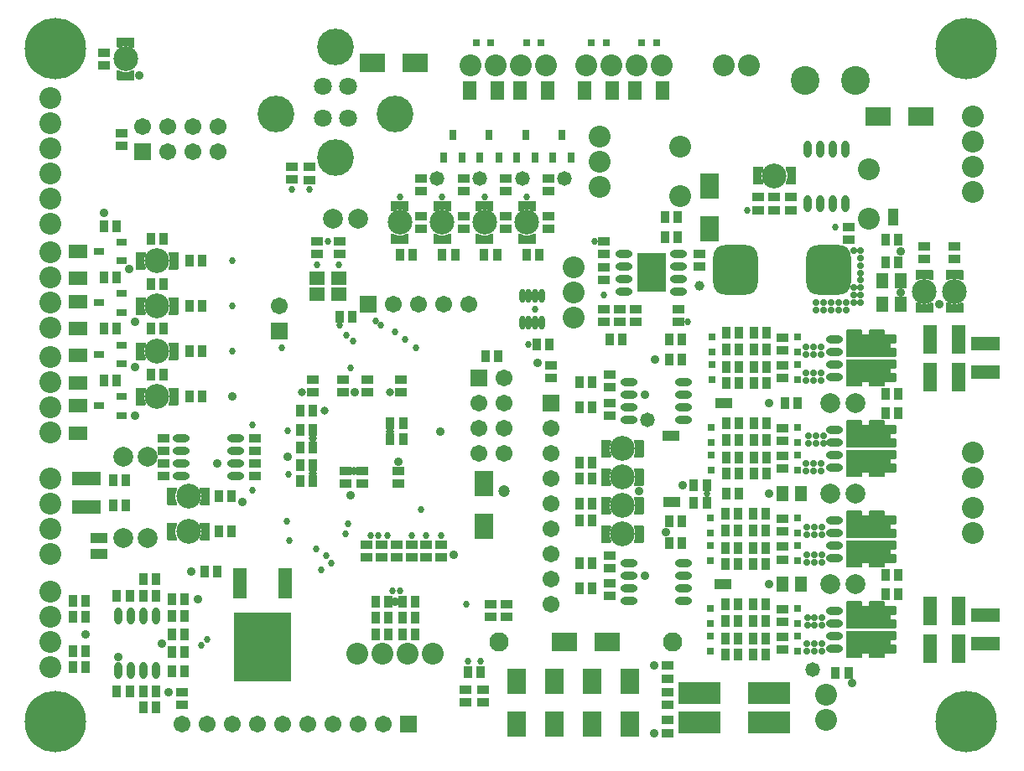
<source format=gbs>
G04*
G04 #@! TF.GenerationSoftware,Altium Limited,Altium Designer,22.8.2 (66)*
G04*
G04 Layer_Color=16711935*
%FSLAX44Y44*%
%MOMM*%
G71*
G04*
G04 #@! TF.SameCoordinates,4CF88A4D-708D-413D-9FA9-C7E86D45AB9B*
G04*
G04*
G04 #@! TF.FilePolarity,Negative*
G04*
G01*
G75*
%ADD20C,2.0032*%
%ADD21C,1.8032*%
%ADD22C,3.7032*%
%ADD23C,1.7032*%
%ADD24R,1.7032X1.7032*%
%ADD25C,6.2032*%
%ADD26C,2.5032*%
%ADD27C,2.2032*%
%ADD28R,1.7032X1.7032*%
%ADD29C,1.9532*%
%ADD30C,2.9032*%
%ADD31C,0.7032*%
%ADD32C,0.6932*%
%ADD33C,0.9032*%
%ADD34C,0.8032*%
%ADD35C,1.2032*%
%ADD36C,1.0032*%
%ADD37C,1.4732*%
%ADD113R,1.7018X1.0160*%
%ADD114R,1.0160X1.7018*%
%ADD115O,1.7032X0.8032*%
%ADD116R,2.9532X1.4532*%
%ADD117R,0.9032X1.1532*%
G04:AMPARAMS|DCode=118|XSize=4.5032mm|YSize=5.0032mm|CornerRadius=1.1766mm|HoleSize=0mm|Usage=FLASHONLY|Rotation=0.000|XOffset=0mm|YOffset=0mm|HoleType=Round|Shape=RoundedRectangle|*
%AMROUNDEDRECTD118*
21,1,4.5032,2.6500,0,0,0.0*
21,1,2.1500,5.0032,0,0,0.0*
1,1,2.3532,1.0750,-1.3250*
1,1,2.3532,-1.0750,-1.3250*
1,1,2.3532,-1.0750,1.3250*
1,1,2.3532,1.0750,1.3250*
%
%ADD118ROUNDEDRECTD118*%
%ADD119R,1.4532X2.9532*%
%ADD120R,1.1532X0.9032*%
%ADD121R,5.8532X6.9032*%
%ADD122R,1.4032X3.1532*%
%ADD123R,0.8032X0.7032*%
%ADD124O,0.8032X1.7032*%
%ADD125R,1.6032X1.4032*%
%ADD126R,1.9532X2.6532*%
%ADD127R,2.6532X1.9532*%
%ADD128R,1.4532X1.9532*%
%ADD129R,0.8032X1.1032*%
%ADD130O,0.6032X1.4232*%
%ADD131R,2.9132X3.9032*%
%ADD132R,1.1532X1.6032*%
%ADD133R,4.2032X2.2032*%
%ADD134R,0.7032X0.8032*%
%ADD135R,1.1032X0.8032*%
%ADD136R,1.9532X1.4532*%
G36*
X578363Y1122599D02*
X578493Y1122573D01*
X578620Y1122531D01*
X578739Y1122472D01*
X578850Y1122398D01*
X578950Y1122310D01*
X579038Y1122210D01*
X579112Y1122099D01*
X579171Y1121980D01*
X579213Y1121853D01*
X579240Y1121723D01*
X579248Y1121590D01*
Y1113590D01*
X579244Y1113521D01*
X579240Y1113458D01*
X579240Y1113458D01*
X579240Y1113457D01*
X579227Y1113394D01*
X579214Y1113328D01*
X579214Y1113327D01*
X579213Y1113326D01*
X579195Y1113272D01*
X579171Y1113202D01*
X579171Y1113201D01*
X579171Y1113200D01*
X579142Y1113142D01*
X579112Y1113082D01*
X579112Y1113082D01*
X579112Y1113081D01*
X579075Y1113026D01*
X579039Y1112971D01*
X579038Y1112971D01*
X579038Y1112970D01*
X578989Y1112915D01*
X578951Y1112871D01*
X578951Y1112871D01*
X578950Y1112870D01*
X578896Y1112822D01*
X578851Y1112783D01*
X578850Y1112783D01*
X578850Y1112782D01*
X578796Y1112747D01*
X578740Y1112709D01*
X578740Y1112709D01*
X578739Y1112708D01*
X578680Y1112679D01*
X578621Y1112650D01*
X578620Y1112650D01*
X578620Y1112649D01*
X578550Y1112626D01*
X578495Y1112607D01*
X578494Y1112607D01*
X578493Y1112607D01*
X578428Y1112594D01*
X578364Y1112581D01*
X578363Y1112581D01*
X578363Y1112580D01*
X578302Y1112577D01*
X578231Y1112572D01*
X576540Y1112570D01*
X576540Y1112570D01*
X576539Y1112570D01*
X576530Y1112570D01*
X576522Y1112570D01*
X576464Y1112575D01*
X576446Y1112576D01*
X576407Y1112578D01*
X576407Y1112578D01*
X576406Y1112578D01*
X576398Y1112580D01*
X576389Y1112581D01*
X576332Y1112593D01*
X576321Y1112595D01*
X576277Y1112604D01*
X576276Y1112604D01*
X576275Y1112604D01*
X576267Y1112607D01*
X576259Y1112609D01*
X576204Y1112629D01*
X576191Y1112633D01*
X576150Y1112647D01*
X576150Y1112647D01*
X576149Y1112647D01*
X576142Y1112651D01*
X576134Y1112654D01*
X574715Y1113269D01*
X571743Y1113977D01*
X568716Y1113978D01*
X565743Y1113270D01*
X564325Y1112656D01*
X564317Y1112653D01*
X564310Y1112649D01*
X564255Y1112631D01*
X564199Y1112611D01*
X564191Y1112609D01*
X564184Y1112607D01*
X564126Y1112595D01*
X564069Y1112583D01*
X564061Y1112582D01*
X564053Y1112580D01*
X563995Y1112577D01*
X563937Y1112572D01*
X563928Y1112572D01*
X563920Y1112572D01*
X562230Y1112572D01*
X562097Y1112580D01*
X561966Y1112607D01*
X561840Y1112649D01*
X561721Y1112708D01*
X561610Y1112782D01*
X561510Y1112870D01*
X561422Y1112970D01*
X561348Y1113081D01*
X561289Y1113200D01*
X561246Y1113326D01*
X561221Y1113457D01*
X561212Y1113590D01*
Y1121590D01*
X561221Y1121723D01*
X561246Y1121853D01*
X561289Y1121980D01*
X561348Y1122099D01*
X561422Y1122210D01*
X561510Y1122310D01*
X561610Y1122398D01*
X561721Y1122472D01*
X561840Y1122531D01*
X561967Y1122573D01*
X562097Y1122599D01*
X562230Y1122608D01*
X578230D01*
X578363Y1122599D01*
D02*
G37*
G36*
X578231Y1089608D02*
X578302Y1089604D01*
X578363Y1089600D01*
X578363Y1089599D01*
X578364Y1089599D01*
X578428Y1089586D01*
X578493Y1089574D01*
X578494Y1089573D01*
X578495Y1089573D01*
X578550Y1089554D01*
X578620Y1089531D01*
X578620Y1089530D01*
X578621Y1089530D01*
X578680Y1089501D01*
X578739Y1089472D01*
X578740Y1089472D01*
X578740Y1089471D01*
X578796Y1089434D01*
X578850Y1089398D01*
X578850Y1089397D01*
X578851Y1089397D01*
X578896Y1089358D01*
X578950Y1089310D01*
X578951Y1089309D01*
X578951Y1089309D01*
X578989Y1089265D01*
X579038Y1089210D01*
X579038Y1089209D01*
X579039Y1089209D01*
X579075Y1089154D01*
X579112Y1089099D01*
X579112Y1089099D01*
X579112Y1089098D01*
X579142Y1089037D01*
X579171Y1088980D01*
X579171Y1088979D01*
X579171Y1088979D01*
X579195Y1088908D01*
X579213Y1088854D01*
X579214Y1088853D01*
X579214Y1088852D01*
X579227Y1088786D01*
X579240Y1088723D01*
X579240Y1088722D01*
X579240Y1088722D01*
X579244Y1088659D01*
X579248Y1088590D01*
Y1080590D01*
X579240Y1080457D01*
X579213Y1080327D01*
X579171Y1080200D01*
X579112Y1080081D01*
X579038Y1079970D01*
X578950Y1079870D01*
X578850Y1079782D01*
X578739Y1079708D01*
X578620Y1079649D01*
X578493Y1079606D01*
X578363Y1079581D01*
X578230Y1079572D01*
X562230D01*
X562097Y1079581D01*
X561967Y1079606D01*
X561840Y1079649D01*
X561721Y1079708D01*
X561610Y1079782D01*
X561510Y1079870D01*
X561422Y1079970D01*
X561348Y1080081D01*
X561289Y1080200D01*
X561246Y1080327D01*
X561221Y1080457D01*
X561212Y1080590D01*
Y1088590D01*
D01*
Y1088590D01*
X561221Y1088723D01*
X561246Y1088854D01*
X561289Y1088980D01*
X561348Y1089099D01*
X561422Y1089210D01*
X561510Y1089310D01*
X561610Y1089398D01*
X561721Y1089472D01*
X561840Y1089531D01*
X561967Y1089574D01*
X562097Y1089600D01*
X562230Y1089608D01*
X562230D01*
D01*
X563920Y1089608D01*
X563928Y1089608D01*
X563937Y1089608D01*
X563995Y1089603D01*
X564053Y1089599D01*
X564061Y1089598D01*
X564069Y1089597D01*
X564126Y1089585D01*
X564184Y1089574D01*
X564192Y1089571D01*
X564199Y1089569D01*
X564254Y1089550D01*
X564310Y1089531D01*
X564317Y1089527D01*
X564325Y1089524D01*
X565743Y1088910D01*
X568716Y1088202D01*
X571743Y1088203D01*
X574715Y1088911D01*
X576134Y1089526D01*
X576142Y1089529D01*
X576149Y1089533D01*
X576150Y1089533D01*
X576150Y1089533D01*
X576206Y1089552D01*
X576259Y1089571D01*
X576268Y1089573D01*
X576275Y1089576D01*
X576276Y1089576D01*
X576277Y1089576D01*
X576334Y1089587D01*
X576389Y1089599D01*
X576398Y1089600D01*
X576406Y1089602D01*
X576407Y1089602D01*
X576407Y1089602D01*
X576465Y1089605D01*
X576522Y1089610D01*
X576530Y1089610D01*
X576539Y1089610D01*
X576539Y1089610D01*
X576540Y1089610D01*
X578231Y1089608D01*
D02*
G37*
G36*
X1245993Y992000D02*
X1246124Y991973D01*
X1246250Y991931D01*
X1246369Y991872D01*
X1246480Y991798D01*
X1246580Y991710D01*
X1246668Y991610D01*
X1246742Y991499D01*
X1246801Y991380D01*
X1246843Y991254D01*
X1246870Y991123D01*
X1246878Y990990D01*
Y974990D01*
X1246870Y974857D01*
X1246843Y974726D01*
X1246801Y974600D01*
X1246742Y974481D01*
X1246668Y974370D01*
X1246580Y974270D01*
X1246480Y974182D01*
X1246369Y974108D01*
X1246250Y974049D01*
X1246124Y974007D01*
X1245993Y973980D01*
X1245860Y973972D01*
X1237860D01*
X1237727Y973980D01*
X1237597Y974007D01*
X1237470Y974049D01*
X1237351Y974108D01*
X1237240Y974182D01*
X1237140Y974270D01*
X1237052Y974370D01*
X1236978Y974481D01*
X1236919Y974600D01*
X1236877Y974726D01*
X1236851Y974857D01*
X1236842Y974990D01*
X1236842Y976680D01*
X1236842Y976688D01*
X1236842Y976696D01*
X1236847Y976755D01*
X1236851Y976813D01*
X1236852Y976821D01*
X1236853Y976829D01*
X1236865Y976886D01*
X1236877Y976944D01*
X1236879Y976951D01*
X1236881Y976960D01*
X1236901Y977015D01*
X1236919Y977070D01*
X1236923Y977077D01*
X1236926Y977085D01*
X1237540Y978503D01*
X1238248Y981476D01*
X1238247Y984503D01*
X1237539Y987476D01*
X1236924Y988894D01*
X1236921Y988902D01*
X1236917Y988909D01*
X1236917Y988910D01*
X1236917Y988910D01*
X1236903Y988951D01*
X1236899Y988964D01*
X1236879Y989019D01*
X1236877Y989027D01*
X1236874Y989035D01*
X1236874Y989036D01*
X1236874Y989036D01*
X1236865Y989081D01*
X1236863Y989092D01*
X1236851Y989149D01*
X1236850Y989158D01*
X1236849Y989166D01*
X1236848Y989167D01*
X1236848Y989167D01*
X1236846Y989206D01*
X1236845Y989224D01*
X1236840Y989282D01*
X1236840Y989290D01*
X1236840Y989299D01*
X1236840Y989300D01*
X1236840Y989300D01*
X1236842Y990991D01*
X1236846Y991062D01*
X1236851Y991123D01*
X1236851Y991123D01*
X1236851Y991124D01*
X1236864Y991189D01*
X1236877Y991254D01*
X1236877Y991254D01*
X1236877Y991255D01*
X1236896Y991310D01*
X1236919Y991380D01*
X1236920Y991380D01*
X1236920Y991381D01*
X1236949Y991440D01*
X1236978Y991499D01*
X1236979Y991500D01*
X1236979Y991500D01*
X1237017Y991556D01*
X1237052Y991610D01*
X1237053Y991610D01*
X1237053Y991611D01*
X1237092Y991656D01*
X1237140Y991710D01*
X1237141Y991711D01*
X1237141Y991711D01*
X1237185Y991749D01*
X1237240Y991798D01*
X1237241Y991798D01*
X1237241Y991798D01*
X1237296Y991835D01*
X1237351Y991872D01*
X1237352Y991872D01*
X1237352Y991872D01*
X1237412Y991902D01*
X1237470Y991931D01*
X1237471Y991931D01*
X1237471Y991931D01*
X1237542Y991955D01*
X1237597Y991973D01*
X1237597Y991974D01*
X1237598Y991974D01*
X1237664Y991987D01*
X1237727Y992000D01*
X1237728Y992000D01*
X1237728Y992000D01*
X1237791Y992004D01*
X1237860Y992008D01*
X1245860D01*
X1245993Y992000D01*
D02*
G37*
G36*
X1212929Y992004D02*
X1212992Y992000D01*
X1212992Y992000D01*
X1212993Y992000D01*
X1213056Y991987D01*
X1213122Y991974D01*
X1213123Y991974D01*
X1213123Y991973D01*
X1213178Y991955D01*
X1213249Y991931D01*
X1213249Y991931D01*
X1213250Y991931D01*
X1213307Y991902D01*
X1213368Y991872D01*
X1213369Y991872D01*
X1213369Y991872D01*
X1213424Y991835D01*
X1213479Y991798D01*
X1213479Y991798D01*
X1213480Y991798D01*
X1213535Y991749D01*
X1213579Y991711D01*
X1213579Y991711D01*
X1213580Y991710D01*
X1213628Y991656D01*
X1213667Y991611D01*
X1213667Y991610D01*
X1213668Y991610D01*
X1213704Y991556D01*
X1213741Y991500D01*
X1213742Y991500D01*
X1213742Y991499D01*
X1213771Y991440D01*
X1213800Y991381D01*
X1213800Y991380D01*
X1213801Y991380D01*
X1213824Y991310D01*
X1213843Y991255D01*
X1213843Y991254D01*
X1213844Y991254D01*
X1213856Y991189D01*
X1213869Y991124D01*
X1213869Y991123D01*
X1213869Y991123D01*
X1213874Y991062D01*
X1213878Y990991D01*
X1213880Y989300D01*
X1213880Y989299D01*
X1213880Y989299D01*
X1213880Y989290D01*
X1213880Y989282D01*
X1213875Y989225D01*
X1213872Y989167D01*
X1213872Y989167D01*
X1213872Y989166D01*
X1213870Y989157D01*
X1213869Y989149D01*
X1213857Y989094D01*
X1213846Y989036D01*
X1213846Y989036D01*
X1213846Y989035D01*
X1213843Y989027D01*
X1213841Y989019D01*
X1213822Y988966D01*
X1213803Y988910D01*
X1213803Y988910D01*
X1213803Y988909D01*
X1213799Y988902D01*
X1213796Y988894D01*
X1213181Y987476D01*
X1212473Y984503D01*
X1212472Y981476D01*
X1213180Y978503D01*
X1213794Y977085D01*
X1213797Y977077D01*
X1213801Y977070D01*
X1213820Y977014D01*
X1213839Y976960D01*
X1213841Y976952D01*
X1213844Y976944D01*
X1213855Y976886D01*
X1213867Y976829D01*
X1213868Y976821D01*
X1213869Y976813D01*
X1213873Y976755D01*
X1213878Y976697D01*
X1213878Y976688D01*
X1213878Y976680D01*
X1213878Y974990D01*
D01*
Y974990D01*
X1213869Y974857D01*
X1213844Y974726D01*
X1213801Y974600D01*
X1213742Y974481D01*
X1213668Y974370D01*
X1213580Y974270D01*
X1213480Y974182D01*
X1213369Y974108D01*
X1213250Y974049D01*
X1213124Y974007D01*
X1212993Y973980D01*
X1212860Y973972D01*
X1212860D01*
D01*
X1204860D01*
X1204727Y973980D01*
X1204596Y974007D01*
X1204470Y974049D01*
X1204351Y974108D01*
X1204240Y974182D01*
X1204140Y974270D01*
X1204052Y974370D01*
X1203978Y974481D01*
X1203919Y974600D01*
X1203876Y974726D01*
X1203851Y974857D01*
X1203842Y974990D01*
Y990990D01*
X1203851Y991123D01*
X1203876Y991254D01*
X1203919Y991380D01*
X1203978Y991499D01*
X1204052Y991610D01*
X1204140Y991710D01*
X1204240Y991798D01*
X1204351Y991872D01*
X1204470Y991931D01*
X1204596Y991973D01*
X1204727Y992000D01*
X1204860Y992008D01*
X1212860D01*
X1212929Y992004D01*
D02*
G37*
G36*
X983493Y957419D02*
X983623Y957393D01*
X983749Y957351D01*
X983869Y957292D01*
X983980Y957218D01*
X984080Y957130D01*
X984168Y957030D01*
X984242Y956919D01*
X984301Y956800D01*
X984343Y956674D01*
X984369Y956543D01*
X984378Y956410D01*
Y948410D01*
X984369Y948277D01*
X984343Y948146D01*
X984301Y948020D01*
X984271Y947961D01*
X984242Y947901D01*
X984168Y947790D01*
X984080Y947690D01*
X984080D01*
Y947690D01*
X983980Y947602D01*
X983869Y947528D01*
X983809Y947498D01*
X983750Y947469D01*
X983624Y947427D01*
X983493Y947401D01*
X983360Y947392D01*
X981670Y947392D01*
X981662Y947392D01*
X981653Y947392D01*
X981595Y947397D01*
X981537Y947400D01*
X981529Y947402D01*
X981520Y947403D01*
X981463Y947415D01*
X981406Y947426D01*
X981398Y947429D01*
X981390Y947431D01*
X981335Y947451D01*
X981280Y947469D01*
X981273Y947473D01*
X981265Y947476D01*
X979846Y948090D01*
X976873Y948798D01*
X973847Y948797D01*
X970874Y948089D01*
X969456Y947474D01*
X969447Y947471D01*
X969439Y947467D01*
X969406Y947456D01*
X969373Y947442D01*
X969352Y947436D01*
X969331Y947429D01*
X969322Y947427D01*
X969313Y947424D01*
X969279Y947417D01*
X969244Y947408D01*
X969222Y947405D01*
X969201Y947401D01*
X969191Y947400D01*
X969183Y947398D01*
X969148Y947396D01*
X969112Y947392D01*
X969090Y947392D01*
X969068Y947390D01*
X969058Y947390D01*
X969050Y947390D01*
X967359Y947392D01*
X967288Y947396D01*
X967227Y947401D01*
X967226Y947401D01*
X967226Y947401D01*
X967161Y947413D01*
X967096Y947427D01*
X967096Y947427D01*
X967095Y947427D01*
X967039Y947446D01*
X966970Y947469D01*
X966970Y947470D01*
X966969Y947470D01*
X966910Y947499D01*
X966851Y947528D01*
X966850Y947529D01*
X966850Y947529D01*
X966794Y947566D01*
X966740Y947602D01*
X966740Y947603D01*
X966739Y947603D01*
X966694Y947642D01*
X966640Y947690D01*
X966639Y947691D01*
X966639Y947691D01*
X966600Y947735D01*
X966552Y947790D01*
X966552Y947791D01*
X966551Y947791D01*
X966515Y947846D01*
X966478Y947901D01*
X966478Y947902D01*
X966478Y947902D01*
X966448Y947962D01*
X966419Y948020D01*
X966419Y948021D01*
X966419Y948021D01*
X966395Y948092D01*
X966376Y948146D01*
X966376Y948147D01*
X966376Y948148D01*
X966363Y948214D01*
X966350Y948277D01*
X966350Y948278D01*
X966350Y948278D01*
X966346Y948341D01*
X966342Y948410D01*
Y956410D01*
X966350Y956543D01*
X966376Y956674D01*
X966419Y956800D01*
X966478Y956919D01*
X966552Y957030D01*
X966640Y957130D01*
X966740Y957218D01*
X966851Y957292D01*
X966970Y957351D01*
X967096Y957393D01*
X967227Y957419D01*
X967360Y957428D01*
X983360D01*
X983493Y957419D01*
D02*
G37*
G36*
X940736D02*
X940867Y957393D01*
X940993Y957351D01*
X941112Y957292D01*
X941223Y957218D01*
X941323Y957130D01*
X941411Y957030D01*
X941485Y956919D01*
X941544Y956800D01*
X941587Y956674D01*
X941613Y956543D01*
X941621Y956410D01*
Y948410D01*
X941613Y948277D01*
X941587Y948146D01*
X941544Y948020D01*
X941515Y947961D01*
X941485Y947901D01*
X941411Y947790D01*
X941323Y947690D01*
X941323D01*
Y947690D01*
X941223Y947602D01*
X941112Y947528D01*
X941052Y947498D01*
X940993Y947469D01*
X940867Y947427D01*
X940736Y947401D01*
X940603Y947392D01*
X938913Y947392D01*
X938905Y947392D01*
X938897Y947392D01*
X938838Y947397D01*
X938780Y947400D01*
X938772Y947402D01*
X938764Y947403D01*
X938707Y947415D01*
X938650Y947426D01*
X938642Y947429D01*
X938634Y947431D01*
X938578Y947451D01*
X938523Y947469D01*
X938516Y947473D01*
X938508Y947476D01*
X937090Y948090D01*
X934117Y948798D01*
X931091Y948797D01*
X928118Y948089D01*
X926700Y947474D01*
X926691Y947471D01*
X926683Y947467D01*
X926650Y947456D01*
X926616Y947442D01*
X926595Y947436D01*
X926574Y947429D01*
X926565Y947427D01*
X926557Y947424D01*
X926523Y947417D01*
X926488Y947408D01*
X926466Y947405D01*
X926444Y947401D01*
X926434Y947400D01*
X926426Y947398D01*
X926392Y947396D01*
X926355Y947392D01*
X926333Y947392D01*
X926311Y947390D01*
X926302Y947390D01*
X926293Y947390D01*
X924602Y947392D01*
X924532Y947396D01*
X924470Y947401D01*
X924470Y947401D01*
X924469Y947401D01*
X924405Y947413D01*
X924340Y947427D01*
X924339Y947427D01*
X924339Y947427D01*
X924283Y947446D01*
X924214Y947469D01*
X924213Y947470D01*
X924212Y947470D01*
X924154Y947499D01*
X924094Y947528D01*
X924094Y947529D01*
X924093Y947529D01*
X924037Y947566D01*
X923983Y947602D01*
X923983Y947603D01*
X923982Y947603D01*
X923938Y947642D01*
X923883Y947690D01*
X923883Y947691D01*
X923882Y947691D01*
X923844Y947735D01*
X923795Y947790D01*
X923795Y947791D01*
X923795Y947791D01*
X923758Y947846D01*
X923721Y947901D01*
X923721Y947902D01*
X923721Y947902D01*
X923691Y947962D01*
X923663Y948020D01*
X923662Y948021D01*
X923662Y948021D01*
X923638Y948092D01*
X923620Y948146D01*
X923620Y948147D01*
X923619Y948148D01*
X923606Y948214D01*
X923594Y948277D01*
X923594Y948278D01*
X923594Y948278D01*
X923590Y948341D01*
X923585Y948410D01*
Y956410D01*
X923594Y956543D01*
X923620Y956674D01*
X923663Y956800D01*
X923721Y956919D01*
X923795Y957030D01*
X923883Y957130D01*
X923983Y957218D01*
X924094Y957292D01*
X924214Y957351D01*
X924340Y957393D01*
X924470Y957419D01*
X924603Y957428D01*
X940603D01*
X940736Y957419D01*
D02*
G37*
G36*
X897980D02*
X898110Y957393D01*
X898236Y957351D01*
X898356Y957292D01*
X898466Y957218D01*
X898567Y957130D01*
X898654Y957030D01*
X898728Y956919D01*
X898787Y956800D01*
X898830Y956674D01*
X898856Y956543D01*
X898865Y956410D01*
Y948410D01*
X898856Y948277D01*
X898830Y948146D01*
X898787Y948020D01*
X898758Y947961D01*
X898728Y947901D01*
X898654Y947790D01*
X898567Y947690D01*
X898567D01*
Y947690D01*
X898466Y947602D01*
X898356Y947528D01*
X898295Y947498D01*
X898236Y947469D01*
X898110Y947427D01*
X897980Y947401D01*
X897847Y947392D01*
X896156Y947392D01*
X896148Y947392D01*
X896140Y947392D01*
X896081Y947397D01*
X896024Y947400D01*
X896016Y947402D01*
X896007Y947403D01*
X895950Y947415D01*
X895893Y947426D01*
X895885Y947429D01*
X895877Y947431D01*
X895822Y947451D01*
X895767Y947469D01*
X895760Y947473D01*
X895752Y947476D01*
X894333Y948090D01*
X891360Y948798D01*
X888334Y948797D01*
X885361Y948089D01*
X883943Y947474D01*
X883934Y947471D01*
X883926Y947467D01*
X883893Y947456D01*
X883860Y947442D01*
X883838Y947436D01*
X883818Y947429D01*
X883808Y947427D01*
X883800Y947424D01*
X883766Y947417D01*
X883731Y947408D01*
X883709Y947405D01*
X883687Y947401D01*
X883678Y947400D01*
X883670Y947398D01*
X883635Y947396D01*
X883599Y947392D01*
X883577Y947392D01*
X883555Y947390D01*
X883545Y947390D01*
X883537Y947390D01*
X881845Y947392D01*
X881775Y947396D01*
X881714Y947401D01*
X881713Y947401D01*
X881712Y947401D01*
X881648Y947413D01*
X881583Y947427D01*
X881582Y947427D01*
X881582Y947427D01*
X881526Y947446D01*
X881457Y947469D01*
X881456Y947470D01*
X881456Y947470D01*
X881397Y947499D01*
X881338Y947528D01*
X881337Y947529D01*
X881337Y947529D01*
X881280Y947566D01*
X881227Y947602D01*
X881226Y947603D01*
X881226Y947603D01*
X881181Y947642D01*
X881127Y947690D01*
X881126Y947691D01*
X881126Y947691D01*
X881087Y947735D01*
X881039Y947790D01*
X881039Y947791D01*
X881038Y947791D01*
X881002Y947846D01*
X880965Y947901D01*
X880965Y947902D01*
X880964Y947902D01*
X880935Y947962D01*
X880906Y948020D01*
X880906Y948021D01*
X880906Y948021D01*
X880882Y948092D01*
X880863Y948146D01*
X880863Y948147D01*
X880863Y948148D01*
X880850Y948214D01*
X880837Y948277D01*
X880837Y948278D01*
X880837Y948278D01*
X880833Y948341D01*
X880828Y948410D01*
Y956410D01*
X880837Y956543D01*
X880863Y956674D01*
X880906Y956800D01*
X880965Y956919D01*
X881039Y957030D01*
X881127Y957130D01*
X881227Y957218D01*
X881338Y957292D01*
X881457Y957351D01*
X881583Y957393D01*
X881714Y957419D01*
X881847Y957428D01*
X897847D01*
X897980Y957419D01*
D02*
G37*
G36*
X855223D02*
X855353Y957393D01*
X855480Y957351D01*
X855599Y957292D01*
X855710Y957218D01*
X855810Y957130D01*
X855898Y957030D01*
X855972Y956919D01*
X856031Y956800D01*
X856074Y956674D01*
X856099Y956543D01*
X856108Y956410D01*
Y948410D01*
X856099Y948277D01*
X856074Y948146D01*
X856031Y948020D01*
X856002Y947961D01*
X855972Y947901D01*
X855898Y947790D01*
X855810Y947690D01*
X855810D01*
Y947690D01*
X855710Y947602D01*
X855599Y947528D01*
X855539Y947498D01*
X855480Y947469D01*
X855354Y947427D01*
X855223Y947401D01*
X855090Y947392D01*
X853400Y947392D01*
X853392Y947392D01*
X853383Y947392D01*
X853325Y947397D01*
X853267Y947400D01*
X853259Y947402D01*
X853251Y947403D01*
X853193Y947415D01*
X853136Y947426D01*
X853129Y947429D01*
X853120Y947431D01*
X853065Y947451D01*
X853010Y947469D01*
X853003Y947473D01*
X852995Y947476D01*
X851577Y948090D01*
X848604Y948798D01*
X845577Y948797D01*
X842605Y948089D01*
X841186Y947474D01*
X841178Y947471D01*
X841170Y947467D01*
X841136Y947456D01*
X841103Y947442D01*
X841082Y947436D01*
X841061Y947429D01*
X841052Y947427D01*
X841043Y947424D01*
X841009Y947417D01*
X840974Y947408D01*
X840952Y947405D01*
X840931Y947401D01*
X840921Y947400D01*
X840913Y947398D01*
X840878Y947396D01*
X840842Y947392D01*
X840820Y947392D01*
X840798Y947390D01*
X840788Y947390D01*
X840780Y947390D01*
X839089Y947392D01*
X839018Y947396D01*
X838957Y947401D01*
X838957Y947401D01*
X838956Y947401D01*
X838892Y947413D01*
X838827Y947427D01*
X838826Y947427D01*
X838825Y947427D01*
X838770Y947446D01*
X838700Y947469D01*
X838700Y947470D01*
X838699Y947470D01*
X838640Y947499D01*
X838581Y947528D01*
X838580Y947529D01*
X838580Y947529D01*
X838524Y947566D01*
X838470Y947602D01*
X838470Y947603D01*
X838469Y947603D01*
X838424Y947642D01*
X838370Y947690D01*
X838370Y947691D01*
X838369Y947691D01*
X838331Y947735D01*
X838282Y947790D01*
X838282Y947791D01*
X838281Y947791D01*
X838245Y947846D01*
X838208Y947901D01*
X838208Y947902D01*
X838208Y947902D01*
X838178Y947962D01*
X838149Y948020D01*
X838149Y948021D01*
X838149Y948021D01*
X838125Y948092D01*
X838107Y948146D01*
X838106Y948147D01*
X838106Y948148D01*
X838093Y948214D01*
X838081Y948277D01*
X838081Y948278D01*
X838080Y948278D01*
X838076Y948341D01*
X838072Y948410D01*
Y956410D01*
X838081Y956543D01*
X838107Y956674D01*
X838149Y956800D01*
X838208Y956919D01*
X838282Y957030D01*
X838370Y957130D01*
X838470Y957218D01*
X838581Y957292D01*
X838700Y957351D01*
X838827Y957393D01*
X838957Y957419D01*
X839090Y957428D01*
X855090D01*
X855223Y957419D01*
D02*
G37*
G36*
X1348994Y946912D02*
X1344930Y940816D01*
X1340866Y946404D01*
Y948944D01*
X1348994D01*
Y946912D01*
D02*
G37*
G36*
X969059Y924430D02*
X969068Y924430D01*
X969126Y924425D01*
X969183Y924422D01*
X969183Y924421D01*
X969184Y924421D01*
X969192Y924420D01*
X969201Y924419D01*
X969257Y924407D01*
X969313Y924396D01*
X969314Y924396D01*
X969315Y924396D01*
X969323Y924393D01*
X969331Y924391D01*
X969384Y924372D01*
X969439Y924353D01*
X969440Y924353D01*
X969441Y924353D01*
X969448Y924349D01*
X969456Y924346D01*
X970874Y923731D01*
X973847Y923023D01*
X976873Y923022D01*
X979846Y923730D01*
X981265Y924344D01*
X981273Y924347D01*
X981280Y924351D01*
X981336Y924370D01*
X981390Y924389D01*
X981398Y924391D01*
X981406Y924393D01*
X981464Y924405D01*
X981520Y924417D01*
X981529Y924418D01*
X981537Y924419D01*
X981595Y924423D01*
X981653Y924428D01*
X981662Y924428D01*
X981670Y924428D01*
X983360Y924428D01*
D01*
X983360D01*
X983493Y924419D01*
X983623Y924393D01*
X983749Y924351D01*
X983869Y924292D01*
X983980Y924218D01*
X984080Y924130D01*
X984168Y924030D01*
X984242Y923919D01*
X984301Y923800D01*
X984343Y923673D01*
X984369Y923543D01*
X984378Y923410D01*
D01*
Y923410D01*
Y915410D01*
X984369Y915277D01*
X984343Y915146D01*
X984301Y915020D01*
X984242Y914901D01*
X984168Y914790D01*
X984080Y914690D01*
X983980Y914602D01*
X983869Y914528D01*
X983749Y914469D01*
X983623Y914426D01*
X983493Y914400D01*
X983360Y914392D01*
X967360D01*
X967227Y914400D01*
X967096Y914426D01*
X966970Y914469D01*
X966851Y914528D01*
X966740Y914602D01*
X966640Y914690D01*
X966552Y914790D01*
X966478Y914901D01*
X966419Y915020D01*
X966376Y915146D01*
X966350Y915277D01*
X966342Y915410D01*
Y923410D01*
X966346Y923479D01*
X966350Y923542D01*
X966350Y923542D01*
X966350Y923543D01*
X966363Y923606D01*
X966376Y923672D01*
X966376Y923673D01*
X966376Y923673D01*
X966395Y923728D01*
X966419Y923799D01*
X966419Y923799D01*
X966419Y923800D01*
X966448Y923857D01*
X966478Y923918D01*
X966478Y923919D01*
X966478Y923919D01*
X966515Y923974D01*
X966551Y924029D01*
X966552Y924029D01*
X966552Y924030D01*
X966600Y924085D01*
X966639Y924129D01*
X966639Y924129D01*
X966640Y924130D01*
X966694Y924178D01*
X966739Y924217D01*
X966740Y924217D01*
X966740Y924218D01*
X966794Y924253D01*
X966850Y924291D01*
X966850Y924291D01*
X966851Y924292D01*
X966910Y924321D01*
X966969Y924350D01*
X966970Y924350D01*
X966970Y924351D01*
X967039Y924374D01*
X967095Y924393D01*
X967096Y924393D01*
X967096Y924393D01*
X967161Y924406D01*
X967226Y924419D01*
X967226Y924419D01*
X967227Y924419D01*
X967288Y924423D01*
X967359Y924428D01*
X969050Y924430D01*
X969050Y924430D01*
X969051Y924430D01*
X969059Y924430D01*
D02*
G37*
G36*
X926303D02*
X926311Y924430D01*
X926369Y924425D01*
X926426Y924422D01*
X926427Y924421D01*
X926427Y924421D01*
X926436Y924420D01*
X926444Y924419D01*
X926500Y924407D01*
X926557Y924396D01*
X926557Y924396D01*
X926558Y924396D01*
X926566Y924393D01*
X926574Y924391D01*
X926628Y924372D01*
X926683Y924353D01*
X926684Y924353D01*
X926684Y924353D01*
X926692Y924349D01*
X926700Y924346D01*
X928118Y923731D01*
X931091Y923023D01*
X934117Y923022D01*
X937090Y923730D01*
X938508Y924344D01*
X938516Y924347D01*
X938523Y924351D01*
X938579Y924370D01*
X938634Y924389D01*
X938642Y924391D01*
X938650Y924393D01*
X938707Y924405D01*
X938764Y924417D01*
X938772Y924418D01*
X938780Y924419D01*
X938838Y924423D01*
X938897Y924428D01*
X938905Y924428D01*
X938913Y924428D01*
X940603Y924428D01*
D01*
X940603D01*
X940736Y924419D01*
X940867Y924393D01*
X940993Y924351D01*
X941112Y924292D01*
X941223Y924218D01*
X941323Y924130D01*
X941411Y924030D01*
X941485Y923919D01*
X941544Y923800D01*
X941587Y923673D01*
X941613Y923543D01*
X941621Y923410D01*
D01*
Y923410D01*
Y915410D01*
X941613Y915277D01*
X941587Y915146D01*
X941544Y915020D01*
X941485Y914901D01*
X941411Y914790D01*
X941323Y914690D01*
X941223Y914602D01*
X941112Y914528D01*
X940993Y914469D01*
X940867Y914426D01*
X940736Y914400D01*
X940603Y914392D01*
X924603D01*
X924470Y914400D01*
X924340Y914426D01*
X924214Y914469D01*
X924094Y914528D01*
X923983Y914602D01*
X923883Y914690D01*
X923795Y914790D01*
X923721Y914901D01*
X923663Y915020D01*
X923620Y915146D01*
X923594Y915277D01*
X923585Y915410D01*
Y923410D01*
X923590Y923479D01*
X923594Y923542D01*
X923594Y923542D01*
X923594Y923543D01*
X923606Y923606D01*
X923619Y923672D01*
X923620Y923673D01*
X923620Y923673D01*
X923638Y923728D01*
X923662Y923799D01*
X923662Y923799D01*
X923663Y923800D01*
X923691Y923857D01*
X923721Y923918D01*
X923721Y923919D01*
X923721Y923919D01*
X923758Y923974D01*
X923795Y924029D01*
X923795Y924029D01*
X923795Y924030D01*
X923844Y924085D01*
X923882Y924129D01*
X923883Y924129D01*
X923883Y924130D01*
X923938Y924178D01*
X923982Y924217D01*
X923983Y924217D01*
X923983Y924218D01*
X924037Y924253D01*
X924093Y924291D01*
X924094Y924291D01*
X924094Y924292D01*
X924154Y924321D01*
X924212Y924350D01*
X924213Y924350D01*
X924214Y924351D01*
X924283Y924374D01*
X924339Y924393D01*
X924339Y924393D01*
X924340Y924393D01*
X924405Y924406D01*
X924469Y924419D01*
X924470Y924419D01*
X924470Y924419D01*
X924532Y924423D01*
X924602Y924428D01*
X926293Y924430D01*
X926294Y924430D01*
X926294Y924430D01*
X926303Y924430D01*
D02*
G37*
G36*
X883546D02*
X883555Y924430D01*
X883613Y924425D01*
X883670Y924422D01*
X883670Y924421D01*
X883671Y924421D01*
X883679Y924420D01*
X883687Y924419D01*
X883743Y924407D01*
X883800Y924396D01*
X883801Y924396D01*
X883801Y924396D01*
X883809Y924393D01*
X883818Y924391D01*
X883871Y924372D01*
X883926Y924353D01*
X883927Y924353D01*
X883927Y924353D01*
X883935Y924349D01*
X883943Y924346D01*
X885361Y923731D01*
X888334Y923023D01*
X891360Y923022D01*
X894333Y923730D01*
X895752Y924344D01*
X895759Y924347D01*
X895767Y924351D01*
X895823Y924370D01*
X895877Y924389D01*
X895885Y924391D01*
X895893Y924393D01*
X895951Y924405D01*
X896007Y924417D01*
X896015Y924418D01*
X896024Y924419D01*
X896082Y924423D01*
X896140Y924428D01*
X896148Y924428D01*
X896156Y924428D01*
X897847Y924428D01*
D01*
X897847D01*
X897980Y924419D01*
X898110Y924393D01*
X898236Y924351D01*
X898356Y924292D01*
X898466Y924218D01*
X898567Y924130D01*
X898654Y924030D01*
X898728Y923919D01*
X898787Y923800D01*
X898830Y923673D01*
X898856Y923543D01*
X898865Y923410D01*
D01*
Y923410D01*
Y915410D01*
X898856Y915277D01*
X898830Y915146D01*
X898787Y915020D01*
X898728Y914901D01*
X898654Y914790D01*
X898567Y914690D01*
X898466Y914602D01*
X898356Y914528D01*
X898236Y914469D01*
X898110Y914426D01*
X897980Y914400D01*
X897847Y914392D01*
X881847D01*
X881714Y914400D01*
X881583Y914426D01*
X881457Y914469D01*
X881338Y914528D01*
X881227Y914602D01*
X881127Y914690D01*
X881039Y914790D01*
X880965Y914901D01*
X880906Y915020D01*
X880863Y915146D01*
X880837Y915277D01*
X880828Y915410D01*
Y923410D01*
X880833Y923479D01*
X880837Y923542D01*
X880837Y923542D01*
X880837Y923543D01*
X880850Y923606D01*
X880863Y923672D01*
X880863Y923673D01*
X880863Y923673D01*
X880882Y923728D01*
X880906Y923799D01*
X880906Y923799D01*
X880906Y923800D01*
X880935Y923857D01*
X880964Y923918D01*
X880965Y923919D01*
X880965Y923919D01*
X881002Y923974D01*
X881038Y924029D01*
X881039Y924029D01*
X881039Y924030D01*
X881087Y924085D01*
X881126Y924129D01*
X881126Y924129D01*
X881127Y924130D01*
X881181Y924178D01*
X881226Y924217D01*
X881226Y924217D01*
X881227Y924218D01*
X881280Y924253D01*
X881337Y924291D01*
X881337Y924291D01*
X881338Y924292D01*
X881397Y924321D01*
X881456Y924350D01*
X881456Y924350D01*
X881457Y924351D01*
X881526Y924374D01*
X881582Y924393D01*
X881582Y924393D01*
X881583Y924393D01*
X881648Y924406D01*
X881712Y924419D01*
X881713Y924419D01*
X881714Y924419D01*
X881775Y924423D01*
X881845Y924428D01*
X883537Y924430D01*
X883537Y924430D01*
X883538Y924430D01*
X883546Y924430D01*
D02*
G37*
G36*
X840789D02*
X840798Y924430D01*
X840856Y924425D01*
X840913Y924422D01*
X840913Y924421D01*
X840914Y924421D01*
X840922Y924420D01*
X840931Y924419D01*
X840987Y924407D01*
X841043Y924396D01*
X841044Y924396D01*
X841045Y924396D01*
X841053Y924393D01*
X841061Y924391D01*
X841114Y924372D01*
X841170Y924353D01*
X841170Y924353D01*
X841171Y924353D01*
X841178Y924349D01*
X841186Y924346D01*
X842605Y923731D01*
X845577Y923023D01*
X848604Y923022D01*
X851577Y923730D01*
X852995Y924344D01*
X853003Y924347D01*
X853010Y924351D01*
X853066Y924370D01*
X853120Y924389D01*
X853128Y924391D01*
X853136Y924393D01*
X853194Y924405D01*
X853251Y924417D01*
X853259Y924418D01*
X853267Y924419D01*
X853325Y924423D01*
X853383Y924428D01*
X853392Y924428D01*
X853400Y924428D01*
X855090Y924428D01*
D01*
X855090D01*
X855223Y924419D01*
X855353Y924393D01*
X855480Y924351D01*
X855599Y924292D01*
X855710Y924218D01*
X855810Y924130D01*
X855898Y924030D01*
X855972Y923919D01*
X856031Y923800D01*
X856074Y923673D01*
X856099Y923543D01*
X856108Y923410D01*
D01*
Y923410D01*
Y915410D01*
X856099Y915277D01*
X856074Y915146D01*
X856031Y915020D01*
X855972Y914901D01*
X855898Y914790D01*
X855810Y914690D01*
X855710Y914602D01*
X855599Y914528D01*
X855480Y914469D01*
X855353Y914426D01*
X855223Y914400D01*
X855090Y914392D01*
X839090D01*
X838957Y914400D01*
X838827Y914426D01*
X838700Y914469D01*
X838581Y914528D01*
X838470Y914602D01*
X838370Y914690D01*
X838282Y914790D01*
X838208Y914901D01*
X838149Y915020D01*
X838107Y915146D01*
X838081Y915277D01*
X838072Y915410D01*
Y923410D01*
X838076Y923479D01*
X838080Y923542D01*
X838081Y923542D01*
X838081Y923543D01*
X838093Y923606D01*
X838106Y923672D01*
X838106Y923673D01*
X838107Y923673D01*
X838125Y923728D01*
X838149Y923799D01*
X838149Y923799D01*
X838149Y923800D01*
X838178Y923857D01*
X838208Y923918D01*
X838208Y923919D01*
X838208Y923919D01*
X838245Y923974D01*
X838281Y924029D01*
X838282Y924029D01*
X838282Y924030D01*
X838331Y924085D01*
X838369Y924129D01*
X838370Y924129D01*
X838370Y924130D01*
X838424Y924178D01*
X838469Y924217D01*
X838470Y924217D01*
X838470Y924218D01*
X838524Y924253D01*
X838580Y924291D01*
X838580Y924291D01*
X838581Y924292D01*
X838640Y924321D01*
X838699Y924350D01*
X838700Y924350D01*
X838700Y924351D01*
X838770Y924374D01*
X838825Y924393D01*
X838826Y924393D01*
X838827Y924393D01*
X838892Y924406D01*
X838956Y924419D01*
X838957Y924419D01*
X838957Y924419D01*
X839018Y924423D01*
X839089Y924428D01*
X840780Y924430D01*
X840780Y924430D01*
X840781Y924430D01*
X840789Y924430D01*
D02*
G37*
G36*
X589613Y906109D02*
X589743Y906083D01*
X589870Y906041D01*
X589989Y905982D01*
X590100Y905908D01*
X590200Y905820D01*
X590288Y905720D01*
X590362Y905609D01*
X590421Y905490D01*
X590463Y905363D01*
X590490Y905233D01*
X590498Y905100D01*
Y905100D01*
D01*
X590498Y903410D01*
X590498Y903401D01*
X590498Y903393D01*
X590493Y903335D01*
X590489Y903277D01*
X590488Y903269D01*
X590487Y903260D01*
X590475Y903204D01*
X590463Y903146D01*
X590461Y903138D01*
X590459Y903130D01*
X590440Y903076D01*
X590421Y903020D01*
X590417Y903013D01*
X590414Y903005D01*
X589800Y901587D01*
X589092Y898613D01*
X589093Y895587D01*
X589801Y892614D01*
X590416Y891196D01*
X590419Y891188D01*
X590423Y891181D01*
X590423Y891180D01*
X590423Y891180D01*
X590442Y891124D01*
X590461Y891071D01*
X590463Y891063D01*
X590466Y891055D01*
X590466Y891054D01*
X590466Y891053D01*
X590477Y890996D01*
X590489Y890941D01*
X590490Y890932D01*
X590491Y890924D01*
X590492Y890923D01*
X590492Y890923D01*
X590495Y890866D01*
X590500Y890808D01*
X590500Y890799D01*
X590500Y890791D01*
X590500Y890790D01*
X590500Y890790D01*
X590498Y889099D01*
X590494Y889028D01*
X590490Y888967D01*
X590489Y888966D01*
X590489Y888966D01*
X590476Y888901D01*
X590463Y888836D01*
X590463Y888836D01*
X590463Y888835D01*
X590444Y888779D01*
X590421Y888710D01*
X590420Y888710D01*
X590420Y888709D01*
X590391Y888650D01*
X590362Y888591D01*
X590362Y888590D01*
X590361Y888590D01*
X590323Y888533D01*
X590288Y888480D01*
X590287Y888480D01*
X590287Y888479D01*
X590248Y888434D01*
X590200Y888380D01*
X590199Y888379D01*
X590199Y888379D01*
X590155Y888340D01*
X590100Y888292D01*
X590099Y888292D01*
X590099Y888291D01*
X590044Y888255D01*
X589989Y888218D01*
X589989Y888218D01*
X589988Y888217D01*
X589927Y888188D01*
X589870Y888159D01*
X589869Y888159D01*
X589869Y888159D01*
X589798Y888135D01*
X589743Y888116D01*
X589743Y888116D01*
X589742Y888116D01*
X589676Y888103D01*
X589613Y888090D01*
X589612Y888090D01*
X589612Y888090D01*
X589549Y888086D01*
X589480Y888082D01*
X581480D01*
X581347Y888090D01*
X581217Y888116D01*
X581090Y888159D01*
X580971Y888218D01*
X580860Y888292D01*
X580760Y888380D01*
X580672Y888480D01*
X580598Y888591D01*
X580539Y888710D01*
X580496Y888836D01*
X580471Y888967D01*
X580462Y889100D01*
Y905100D01*
X580471Y905233D01*
X580496Y905363D01*
X580539Y905490D01*
X580598Y905609D01*
X580672Y905720D01*
X580760Y905820D01*
X580860Y905908D01*
X580971Y905982D01*
X581090Y906041D01*
X581217Y906083D01*
X581347Y906109D01*
X581480Y906118D01*
X589480D01*
D01*
X589480D01*
X589613Y906109D01*
D02*
G37*
G36*
X622613D02*
X622743Y906083D01*
X622870Y906041D01*
X622989Y905982D01*
X623100Y905908D01*
X623200Y905820D01*
X623288Y905720D01*
X623362Y905609D01*
X623421Y905490D01*
X623464Y905363D01*
X623489Y905233D01*
X623498Y905100D01*
Y889100D01*
X623489Y888967D01*
X623464Y888836D01*
X623421Y888710D01*
X623362Y888591D01*
X623288Y888480D01*
X623200Y888380D01*
X623100Y888292D01*
X622989Y888218D01*
X622870Y888159D01*
X622743Y888116D01*
X622613Y888090D01*
X622480Y888082D01*
X614480D01*
X614411Y888086D01*
X614348Y888090D01*
X614348Y888090D01*
X614347Y888090D01*
X614284Y888103D01*
X614218Y888116D01*
X614217Y888116D01*
X614216Y888116D01*
X614162Y888135D01*
X614091Y888159D01*
X614091Y888159D01*
X614090Y888159D01*
X614033Y888188D01*
X613972Y888217D01*
X613971Y888218D01*
X613971Y888218D01*
X613916Y888255D01*
X613861Y888291D01*
X613861Y888292D01*
X613860Y888292D01*
X613805Y888340D01*
X613761Y888379D01*
X613761Y888379D01*
X613760Y888380D01*
X613712Y888434D01*
X613673Y888479D01*
X613673Y888480D01*
X613672Y888480D01*
X613637Y888533D01*
X613599Y888590D01*
X613599Y888590D01*
X613598Y888591D01*
X613569Y888650D01*
X613540Y888709D01*
X613540Y888710D01*
X613539Y888710D01*
X613516Y888779D01*
X613497Y888835D01*
X613497Y888836D01*
X613497Y888836D01*
X613484Y888901D01*
X613471Y888966D01*
X613471Y888966D01*
X613470Y888967D01*
X613466Y889028D01*
X613462Y889099D01*
X613460Y890790D01*
X613460Y890798D01*
X613460Y890808D01*
X613462Y890830D01*
X613461Y890852D01*
X613466Y890888D01*
X613468Y890923D01*
X613470Y890931D01*
X613471Y890940D01*
X613475Y890962D01*
X613478Y890984D01*
X613487Y891019D01*
X613494Y891053D01*
X613497Y891062D01*
X613499Y891071D01*
X613506Y891092D01*
X613512Y891113D01*
X613526Y891146D01*
X613537Y891180D01*
X613541Y891187D01*
X613544Y891196D01*
X614159Y892614D01*
X614867Y895587D01*
X614868Y898613D01*
X614160Y901586D01*
X613546Y903005D01*
X613543Y903013D01*
X613539Y903020D01*
X613521Y903075D01*
X613501Y903130D01*
X613499Y903138D01*
X613497Y903146D01*
X613485Y903203D01*
X613473Y903260D01*
X613472Y903269D01*
X613470Y903277D01*
X613467Y903335D01*
X613462Y903393D01*
X613462Y903401D01*
X613462Y903410D01*
X613462Y905100D01*
X613470Y905233D01*
X613497Y905363D01*
X613539Y905490D01*
X613568Y905548D01*
X613598Y905609D01*
X613672Y905720D01*
X613760Y905820D01*
X613760D01*
Y905820D01*
X613860Y905908D01*
X613971Y905982D01*
X614031Y906012D01*
X614090Y906041D01*
X614216Y906083D01*
X614347Y906109D01*
X614480Y906118D01*
X622480D01*
X622613Y906109D01*
D02*
G37*
G36*
X1415293Y887650D02*
X1415423Y887624D01*
X1415550Y887581D01*
X1415669Y887522D01*
X1415780Y887448D01*
X1415880Y887360D01*
X1415968Y887260D01*
X1416042Y887149D01*
X1416101Y887030D01*
X1416143Y886904D01*
X1416169Y886773D01*
X1416178Y886640D01*
Y878640D01*
X1416174Y878571D01*
X1416170Y878508D01*
X1416169Y878508D01*
X1416169Y878507D01*
X1416157Y878444D01*
X1416144Y878378D01*
X1416144Y878377D01*
X1416143Y878376D01*
X1416125Y878322D01*
X1416101Y878251D01*
X1416101Y878251D01*
X1416101Y878250D01*
X1416072Y878193D01*
X1416042Y878132D01*
X1416042Y878131D01*
X1416042Y878131D01*
X1416005Y878076D01*
X1415968Y878021D01*
X1415968Y878021D01*
X1415968Y878020D01*
X1415919Y877965D01*
X1415881Y877921D01*
X1415880Y877921D01*
X1415880Y877920D01*
X1415826Y877872D01*
X1415781Y877833D01*
X1415780Y877833D01*
X1415780Y877832D01*
X1415726Y877796D01*
X1415670Y877759D01*
X1415670Y877758D01*
X1415669Y877758D01*
X1415610Y877729D01*
X1415551Y877700D01*
X1415550Y877700D01*
X1415550Y877699D01*
X1415480Y877676D01*
X1415425Y877657D01*
X1415424Y877657D01*
X1415423Y877656D01*
X1415358Y877644D01*
X1415294Y877631D01*
X1415293Y877631D01*
X1415293Y877630D01*
X1415232Y877626D01*
X1415161Y877622D01*
X1413470Y877620D01*
X1413470Y877620D01*
X1413469Y877620D01*
X1413461Y877620D01*
X1413452Y877620D01*
X1413394Y877625D01*
X1413376Y877626D01*
X1413337Y877628D01*
X1413337Y877628D01*
X1413336Y877628D01*
X1413328Y877630D01*
X1413319Y877631D01*
X1413262Y877643D01*
X1413251Y877645D01*
X1413206Y877654D01*
X1413206Y877654D01*
X1413205Y877654D01*
X1413197Y877657D01*
X1413189Y877659D01*
X1413134Y877679D01*
X1413121Y877683D01*
X1413080Y877697D01*
X1413080Y877697D01*
X1413079Y877697D01*
X1413072Y877701D01*
X1413064Y877704D01*
X1411646Y878319D01*
X1408673Y879027D01*
X1405646Y879028D01*
X1402673Y878320D01*
X1401255Y877706D01*
X1401247Y877703D01*
X1401240Y877699D01*
X1401185Y877681D01*
X1401129Y877661D01*
X1401121Y877659D01*
X1401114Y877656D01*
X1401056Y877645D01*
X1400999Y877633D01*
X1400991Y877632D01*
X1400983Y877630D01*
X1400925Y877627D01*
X1400867Y877622D01*
X1400858Y877622D01*
X1400850Y877622D01*
X1399160Y877622D01*
X1399027Y877630D01*
X1398896Y877656D01*
X1398770Y877699D01*
X1398651Y877758D01*
X1398540Y877832D01*
X1398440Y877920D01*
X1398352Y878020D01*
X1398278Y878131D01*
X1398219Y878250D01*
X1398177Y878376D01*
X1398150Y878507D01*
X1398142Y878640D01*
Y886640D01*
X1398150Y886773D01*
X1398177Y886904D01*
X1398219Y887030D01*
X1398278Y887149D01*
X1398352Y887260D01*
X1398440Y887360D01*
X1398540Y887448D01*
X1398651Y887522D01*
X1398770Y887581D01*
X1398896Y887624D01*
X1399027Y887650D01*
X1399160Y887658D01*
X1415160D01*
X1415293Y887650D01*
D02*
G37*
G36*
X1384813D02*
X1384944Y887624D01*
X1385070Y887581D01*
X1385189Y887522D01*
X1385300Y887448D01*
X1385400Y887360D01*
X1385488Y887260D01*
X1385562Y887149D01*
X1385621Y887030D01*
X1385663Y886904D01*
X1385690Y886773D01*
X1385698Y886640D01*
Y878640D01*
X1385694Y878571D01*
X1385690Y878508D01*
X1385690Y878508D01*
X1385690Y878507D01*
X1385677Y878444D01*
X1385664Y878378D01*
X1385664Y878377D01*
X1385663Y878376D01*
X1385645Y878322D01*
X1385621Y878251D01*
X1385621Y878251D01*
X1385621Y878250D01*
X1385592Y878193D01*
X1385562Y878132D01*
X1385562Y878131D01*
X1385562Y878131D01*
X1385525Y878076D01*
X1385488Y878021D01*
X1385488Y878021D01*
X1385488Y878020D01*
X1385439Y877965D01*
X1385401Y877921D01*
X1385401Y877921D01*
X1385400Y877920D01*
X1385346Y877872D01*
X1385301Y877833D01*
X1385300Y877833D01*
X1385300Y877832D01*
X1385246Y877796D01*
X1385190Y877759D01*
X1385190Y877758D01*
X1385189Y877758D01*
X1385130Y877729D01*
X1385071Y877700D01*
X1385070Y877700D01*
X1385070Y877699D01*
X1385000Y877676D01*
X1384945Y877657D01*
X1384944Y877657D01*
X1384944Y877656D01*
X1384879Y877644D01*
X1384814Y877631D01*
X1384813Y877631D01*
X1384813Y877630D01*
X1384752Y877626D01*
X1384681Y877622D01*
X1382990Y877620D01*
X1382990Y877620D01*
X1382989Y877620D01*
X1382980Y877620D01*
X1382972Y877620D01*
X1382914Y877625D01*
X1382896Y877626D01*
X1382857Y877628D01*
X1382857Y877628D01*
X1382856Y877628D01*
X1382848Y877630D01*
X1382839Y877631D01*
X1382782Y877643D01*
X1382771Y877645D01*
X1382726Y877654D01*
X1382726Y877654D01*
X1382725Y877654D01*
X1382717Y877657D01*
X1382709Y877659D01*
X1382654Y877679D01*
X1382641Y877683D01*
X1382600Y877697D01*
X1382600Y877697D01*
X1382599Y877697D01*
X1382592Y877701D01*
X1382584Y877704D01*
X1381165Y878319D01*
X1378193Y879027D01*
X1375166Y879028D01*
X1372193Y878320D01*
X1370775Y877706D01*
X1370767Y877703D01*
X1370760Y877699D01*
X1370705Y877681D01*
X1370650Y877661D01*
X1370641Y877659D01*
X1370634Y877656D01*
X1370576Y877645D01*
X1370519Y877633D01*
X1370511Y877632D01*
X1370503Y877630D01*
X1370445Y877627D01*
X1370387Y877622D01*
X1370378Y877622D01*
X1370370Y877622D01*
X1368680Y877622D01*
X1368547Y877630D01*
X1368416Y877656D01*
X1368290Y877699D01*
X1368171Y877758D01*
X1368060Y877832D01*
X1367960Y877920D01*
X1367872Y878020D01*
X1367798Y878131D01*
X1367739Y878250D01*
X1367697Y878376D01*
X1367670Y878507D01*
X1367662Y878640D01*
Y886640D01*
X1367670Y886773D01*
X1367697Y886904D01*
X1367739Y887030D01*
X1367798Y887149D01*
X1367872Y887260D01*
X1367960Y887360D01*
X1368060Y887448D01*
X1368171Y887522D01*
X1368290Y887581D01*
X1368416Y887624D01*
X1368547Y887650D01*
X1368680Y887658D01*
X1384680D01*
X1384813Y887650D01*
D02*
G37*
G36*
X589613Y860389D02*
X589743Y860363D01*
X589870Y860321D01*
X589989Y860262D01*
X590100Y860188D01*
X590200Y860100D01*
X590288Y860000D01*
X590362Y859889D01*
X590421Y859770D01*
X590463Y859643D01*
X590490Y859513D01*
X590498Y859380D01*
Y859380D01*
D01*
X590498Y857690D01*
X590498Y857682D01*
X590498Y857673D01*
X590493Y857615D01*
X590489Y857557D01*
X590488Y857549D01*
X590487Y857541D01*
X590475Y857484D01*
X590463Y857426D01*
X590461Y857418D01*
X590459Y857410D01*
X590440Y857356D01*
X590421Y857300D01*
X590417Y857293D01*
X590414Y857285D01*
X589800Y855866D01*
X589092Y852893D01*
X589093Y849867D01*
X589801Y846894D01*
X590416Y845476D01*
X590419Y845468D01*
X590423Y845461D01*
X590423Y845460D01*
X590423Y845460D01*
X590442Y845404D01*
X590461Y845351D01*
X590463Y845343D01*
X590466Y845335D01*
X590466Y845334D01*
X590466Y845333D01*
X590477Y845276D01*
X590489Y845221D01*
X590490Y845212D01*
X590491Y845204D01*
X590492Y845203D01*
X590492Y845203D01*
X590495Y845146D01*
X590500Y845088D01*
X590500Y845079D01*
X590500Y845071D01*
X590500Y845070D01*
X590500Y845070D01*
X590498Y843379D01*
X590494Y843308D01*
X590490Y843247D01*
X590489Y843247D01*
X590489Y843246D01*
X590476Y843181D01*
X590463Y843116D01*
X590463Y843116D01*
X590463Y843115D01*
X590444Y843059D01*
X590421Y842990D01*
X590420Y842990D01*
X590420Y842989D01*
X590391Y842930D01*
X590362Y842871D01*
X590362Y842870D01*
X590361Y842870D01*
X590323Y842814D01*
X590288Y842760D01*
X590287Y842760D01*
X590287Y842759D01*
X590248Y842714D01*
X590200Y842660D01*
X590199Y842659D01*
X590199Y842659D01*
X590155Y842620D01*
X590100Y842572D01*
X590099Y842572D01*
X590099Y842571D01*
X590044Y842535D01*
X589989Y842498D01*
X589989Y842498D01*
X589988Y842497D01*
X589927Y842468D01*
X589870Y842439D01*
X589869Y842439D01*
X589869Y842439D01*
X589798Y842415D01*
X589743Y842396D01*
X589743Y842396D01*
X589742Y842396D01*
X589676Y842383D01*
X589613Y842370D01*
X589612Y842370D01*
X589612Y842370D01*
X589549Y842366D01*
X589480Y842362D01*
X581480D01*
X581347Y842370D01*
X581217Y842396D01*
X581090Y842439D01*
X580971Y842498D01*
X580860Y842572D01*
X580760Y842660D01*
X580672Y842760D01*
X580598Y842871D01*
X580539Y842990D01*
X580496Y843116D01*
X580471Y843247D01*
X580462Y843380D01*
Y859380D01*
X580471Y859513D01*
X580496Y859643D01*
X580539Y859770D01*
X580598Y859889D01*
X580672Y860000D01*
X580760Y860100D01*
X580860Y860188D01*
X580971Y860262D01*
X581090Y860321D01*
X581217Y860363D01*
X581347Y860389D01*
X581480Y860398D01*
X589480D01*
D01*
X589480D01*
X589613Y860389D01*
D02*
G37*
G36*
X1415161Y854658D02*
X1415232Y854653D01*
X1415293Y854650D01*
X1415293Y854649D01*
X1415294Y854649D01*
X1415358Y854636D01*
X1415423Y854623D01*
X1415424Y854623D01*
X1415425Y854623D01*
X1415480Y854604D01*
X1415550Y854581D01*
X1415550Y854580D01*
X1415551Y854580D01*
X1415610Y854551D01*
X1415669Y854522D01*
X1415670Y854521D01*
X1415670Y854521D01*
X1415726Y854483D01*
X1415780Y854448D01*
X1415780Y854447D01*
X1415781Y854447D01*
X1415826Y854408D01*
X1415880Y854360D01*
X1415880Y854359D01*
X1415881Y854359D01*
X1415919Y854315D01*
X1415968Y854260D01*
X1415968Y854259D01*
X1415968Y854259D01*
X1416005Y854204D01*
X1416042Y854149D01*
X1416042Y854148D01*
X1416042Y854148D01*
X1416072Y854088D01*
X1416101Y854030D01*
X1416101Y854029D01*
X1416101Y854028D01*
X1416125Y853958D01*
X1416143Y853904D01*
X1416144Y853903D01*
X1416144Y853902D01*
X1416157Y853836D01*
X1416169Y853773D01*
X1416169Y853772D01*
X1416170Y853772D01*
X1416174Y853709D01*
X1416178Y853640D01*
Y845640D01*
X1416169Y845507D01*
X1416143Y845377D01*
X1416101Y845250D01*
X1416042Y845131D01*
X1415968Y845020D01*
X1415880Y844920D01*
X1415780Y844832D01*
X1415669Y844758D01*
X1415550Y844699D01*
X1415423Y844657D01*
X1415293Y844631D01*
X1415160Y844622D01*
X1399160D01*
X1399027Y844631D01*
X1398896Y844657D01*
X1398770Y844699D01*
X1398651Y844758D01*
X1398540Y844832D01*
X1398440Y844920D01*
X1398352Y845020D01*
X1398278Y845131D01*
X1398219Y845250D01*
X1398177Y845377D01*
X1398150Y845507D01*
X1398142Y845640D01*
Y853640D01*
D01*
Y853640D01*
X1398150Y853773D01*
X1398177Y853904D01*
X1398219Y854030D01*
X1398278Y854149D01*
X1398352Y854260D01*
X1398440Y854360D01*
X1398540Y854448D01*
X1398651Y854522D01*
X1398770Y854581D01*
X1398896Y854623D01*
X1399027Y854650D01*
X1399160Y854658D01*
X1399160D01*
D01*
X1400850Y854658D01*
X1400858Y854658D01*
X1400867Y854658D01*
X1400925Y854653D01*
X1400983Y854649D01*
X1400991Y854648D01*
X1400999Y854647D01*
X1401056Y854635D01*
X1401114Y854623D01*
X1401122Y854621D01*
X1401129Y854619D01*
X1401184Y854600D01*
X1401240Y854581D01*
X1401247Y854577D01*
X1401255Y854574D01*
X1402673Y853960D01*
X1405646Y853252D01*
X1408673Y853253D01*
X1411646Y853961D01*
X1413064Y854576D01*
X1413072Y854579D01*
X1413079Y854583D01*
X1413080Y854583D01*
X1413080Y854583D01*
X1413136Y854602D01*
X1413189Y854621D01*
X1413197Y854623D01*
X1413205Y854625D01*
X1413206Y854626D01*
X1413206Y854626D01*
X1413264Y854637D01*
X1413319Y854649D01*
X1413327Y854650D01*
X1413336Y854651D01*
X1413337Y854652D01*
X1413337Y854652D01*
X1413396Y854655D01*
X1413452Y854660D01*
X1413460Y854660D01*
X1413469Y854660D01*
X1413470Y854660D01*
X1413470Y854660D01*
X1415161Y854658D01*
D02*
G37*
G36*
X1384681D02*
X1384752Y854653D01*
X1384813Y854650D01*
X1384813Y854649D01*
X1384814Y854649D01*
X1384879Y854636D01*
X1384944Y854623D01*
X1384944Y854623D01*
X1384945Y854623D01*
X1385000Y854604D01*
X1385070Y854581D01*
X1385070Y854580D01*
X1385071Y854580D01*
X1385130Y854551D01*
X1385189Y854522D01*
X1385190Y854521D01*
X1385190Y854521D01*
X1385246Y854483D01*
X1385300Y854448D01*
X1385300Y854447D01*
X1385301Y854447D01*
X1385346Y854408D01*
X1385400Y854360D01*
X1385401Y854359D01*
X1385401Y854359D01*
X1385439Y854315D01*
X1385488Y854260D01*
X1385488Y854259D01*
X1385488Y854259D01*
X1385525Y854204D01*
X1385562Y854149D01*
X1385562Y854148D01*
X1385562Y854148D01*
X1385592Y854088D01*
X1385621Y854030D01*
X1385621Y854029D01*
X1385621Y854028D01*
X1385645Y853958D01*
X1385663Y853904D01*
X1385664Y853903D01*
X1385664Y853902D01*
X1385677Y853836D01*
X1385690Y853773D01*
X1385690Y853772D01*
X1385690Y853772D01*
X1385694Y853709D01*
X1385698Y853640D01*
Y845640D01*
X1385690Y845507D01*
X1385663Y845377D01*
X1385621Y845250D01*
X1385562Y845131D01*
X1385488Y845020D01*
X1385400Y844920D01*
X1385300Y844832D01*
X1385189Y844758D01*
X1385070Y844699D01*
X1384944Y844657D01*
X1384813Y844631D01*
X1384680Y844622D01*
X1368680D01*
X1368547Y844631D01*
X1368416Y844657D01*
X1368290Y844699D01*
X1368171Y844758D01*
X1368060Y844832D01*
X1367960Y844920D01*
X1367872Y845020D01*
X1367798Y845131D01*
X1367739Y845250D01*
X1367697Y845377D01*
X1367670Y845507D01*
X1367662Y845640D01*
Y853640D01*
D01*
Y853640D01*
X1367670Y853773D01*
X1367697Y853904D01*
X1367739Y854030D01*
X1367798Y854149D01*
X1367872Y854260D01*
X1367960Y854360D01*
X1368060Y854448D01*
X1368171Y854522D01*
X1368290Y854581D01*
X1368416Y854623D01*
X1368547Y854650D01*
X1368680Y854658D01*
X1368680D01*
D01*
X1370370Y854658D01*
X1370378Y854658D01*
X1370387Y854658D01*
X1370445Y854653D01*
X1370503Y854649D01*
X1370511Y854648D01*
X1370519Y854647D01*
X1370576Y854635D01*
X1370634Y854623D01*
X1370641Y854621D01*
X1370650Y854619D01*
X1370704Y854600D01*
X1370760Y854581D01*
X1370767Y854577D01*
X1370775Y854574D01*
X1372193Y853960D01*
X1375166Y853252D01*
X1378193Y853253D01*
X1381165Y853961D01*
X1382584Y854576D01*
X1382592Y854579D01*
X1382599Y854583D01*
X1382600Y854583D01*
X1382600Y854583D01*
X1382656Y854602D01*
X1382709Y854621D01*
X1382717Y854623D01*
X1382725Y854625D01*
X1382726Y854626D01*
X1382726Y854626D01*
X1382784Y854637D01*
X1382839Y854649D01*
X1382847Y854650D01*
X1382856Y854651D01*
X1382857Y854652D01*
X1382857Y854652D01*
X1382915Y854655D01*
X1382972Y854660D01*
X1382980Y854660D01*
X1382989Y854660D01*
X1382990Y854660D01*
X1382990Y854660D01*
X1384681Y854658D01*
D02*
G37*
G36*
X622613Y860389D02*
X622743Y860363D01*
X622870Y860321D01*
X622989Y860262D01*
X623100Y860188D01*
X623200Y860100D01*
X623288Y860000D01*
X623362Y859889D01*
X623421Y859770D01*
X623464Y859643D01*
X623489Y859513D01*
X623498Y859380D01*
Y843380D01*
X623489Y843247D01*
X623464Y843116D01*
X623421Y842990D01*
X623362Y842871D01*
X623288Y842760D01*
X623200Y842660D01*
X623100Y842572D01*
X622989Y842498D01*
X622870Y842439D01*
X622743Y842396D01*
X622613Y842370D01*
X622480Y842362D01*
X614480D01*
X614411Y842366D01*
X614348Y842370D01*
X614348Y842370D01*
X614347Y842370D01*
X614284Y842383D01*
X614218Y842396D01*
X614217Y842396D01*
X614216Y842396D01*
X614162Y842415D01*
X614091Y842439D01*
X614091Y842439D01*
X614090Y842439D01*
X614033Y842468D01*
X613972Y842497D01*
X613971Y842498D01*
X613971Y842498D01*
X613916Y842535D01*
X613861Y842571D01*
X613861Y842572D01*
X613860Y842572D01*
X613805Y842620D01*
X613761Y842659D01*
X613761Y842659D01*
X613760Y842660D01*
X613712Y842714D01*
X613673Y842759D01*
X613673Y842760D01*
X613672Y842760D01*
X613637Y842814D01*
X613599Y842870D01*
X613599Y842870D01*
X613598Y842871D01*
X613569Y842930D01*
X613540Y842989D01*
X613540Y842990D01*
X613539Y842990D01*
X613516Y843059D01*
X613497Y843115D01*
X613497Y843116D01*
X613497Y843116D01*
X613484Y843181D01*
X613471Y843246D01*
X613471Y843247D01*
X613470Y843247D01*
X613466Y843308D01*
X613462Y843379D01*
X613460Y845070D01*
X613460Y845078D01*
X613460Y845088D01*
X613462Y845110D01*
X613461Y845132D01*
X613466Y845168D01*
X613468Y845203D01*
X613470Y845211D01*
X613471Y845221D01*
X613475Y845242D01*
X613478Y845264D01*
X613487Y845299D01*
X613494Y845333D01*
X613497Y845342D01*
X613499Y845351D01*
X613506Y845372D01*
X613512Y845393D01*
X613526Y845426D01*
X613537Y845460D01*
X613541Y845468D01*
X613544Y845476D01*
X614159Y846894D01*
X614867Y849867D01*
X614868Y852893D01*
X614160Y855866D01*
X613546Y857285D01*
X613543Y857293D01*
X613539Y857300D01*
X613521Y857355D01*
X613501Y857410D01*
X613499Y857419D01*
X613497Y857426D01*
X613485Y857483D01*
X613473Y857541D01*
X613472Y857549D01*
X613470Y857557D01*
X613467Y857615D01*
X613462Y857673D01*
X613462Y857682D01*
X613462Y857690D01*
X613462Y859380D01*
X613470Y859513D01*
X613497Y859643D01*
X613539Y859770D01*
X613568Y859828D01*
X613598Y859889D01*
X613672Y860000D01*
X613760Y860100D01*
X613760D01*
Y860100D01*
X613860Y860188D01*
X613971Y860262D01*
X614031Y860292D01*
X614090Y860321D01*
X614216Y860363D01*
X614347Y860389D01*
X614480Y860398D01*
X622480D01*
X622613Y860389D01*
D02*
G37*
G36*
X1335863Y827591D02*
X1335993Y827565D01*
X1336120Y827522D01*
X1336239Y827463D01*
X1336350Y827389D01*
X1336450Y827302D01*
X1336538Y827202D01*
X1336612Y827091D01*
X1336671Y826971D01*
X1336714Y826845D01*
X1336740Y826714D01*
X1336748Y826582D01*
Y822950D01*
X1347130D01*
X1347263Y822941D01*
X1347393Y822915D01*
X1347520Y822872D01*
X1347639Y822813D01*
X1347750Y822739D01*
X1347850Y822652D01*
X1347938Y822551D01*
X1348012Y822441D01*
X1348071Y822321D01*
X1348114Y822195D01*
X1348139Y822065D01*
X1348148Y821932D01*
Y814432D01*
X1348139Y814299D01*
X1348114Y814168D01*
X1348071Y814042D01*
X1348012Y813923D01*
X1347938Y813812D01*
X1347850Y813712D01*
X1347750Y813624D01*
X1347639Y813550D01*
X1347520Y813491D01*
X1347393Y813448D01*
X1347263Y813422D01*
X1347130Y813413D01*
X1342548D01*
Y809650D01*
X1347130D01*
X1347263Y809641D01*
X1347393Y809615D01*
X1347520Y809572D01*
X1347639Y809513D01*
X1347750Y809439D01*
X1347850Y809352D01*
X1347938Y809251D01*
X1348012Y809141D01*
X1348071Y809021D01*
X1348114Y808895D01*
X1348139Y808764D01*
X1348148Y808632D01*
Y801132D01*
X1348139Y800999D01*
X1348114Y800868D01*
X1348071Y800742D01*
X1348012Y800622D01*
X1347938Y800512D01*
X1347850Y800412D01*
X1347750Y800324D01*
X1347639Y800250D01*
X1347520Y800191D01*
X1347393Y800148D01*
X1347263Y800122D01*
X1347130Y800113D01*
X1298731D01*
X1298598Y800122D01*
X1298467Y800148D01*
X1298341Y800191D01*
X1298222Y800250D01*
X1298111Y800324D01*
X1298011Y800412D01*
X1297923Y800512D01*
X1297849Y800622D01*
X1297790Y800742D01*
X1297747Y800868D01*
X1297721Y800999D01*
X1297713Y801132D01*
Y826582D01*
X1297721Y826714D01*
X1297747Y826845D01*
X1297790Y826971D01*
X1297849Y827091D01*
X1297923Y827202D01*
X1298011Y827302D01*
X1298111Y827389D01*
X1298222Y827463D01*
X1298341Y827522D01*
X1298467Y827565D01*
X1298598Y827591D01*
X1298731Y827600D01*
X1312731D01*
X1312864Y827591D01*
X1312994Y827565D01*
X1313121Y827522D01*
X1313240Y827463D01*
X1313351Y827389D01*
X1313451Y827302D01*
X1313539Y827202D01*
X1313613Y827091D01*
X1313672Y826971D01*
X1313714Y826845D01*
X1313740Y826714D01*
X1313749Y826582D01*
Y822950D01*
X1320701D01*
X1320662Y826571D01*
X1320662Y826576D01*
X1320662Y826582D01*
X1320666Y826642D01*
X1320669Y826704D01*
X1320670Y826709D01*
X1320670Y826714D01*
X1320683Y826775D01*
X1320694Y826835D01*
X1320695Y826840D01*
X1320697Y826845D01*
X1320716Y826903D01*
X1320735Y826961D01*
X1320738Y826966D01*
X1320739Y826971D01*
X1320766Y827025D01*
X1320793Y827081D01*
X1320796Y827086D01*
X1320798Y827091D01*
X1320831Y827140D01*
X1320866Y827193D01*
X1320869Y827197D01*
X1320872Y827202D01*
X1320912Y827247D01*
X1320952Y827294D01*
X1320957Y827298D01*
X1320960Y827302D01*
X1321005Y827341D01*
X1321051Y827383D01*
X1321056Y827386D01*
X1321060Y827389D01*
X1321110Y827423D01*
X1321161Y827458D01*
X1321166Y827460D01*
X1321171Y827463D01*
X1321225Y827490D01*
X1321280Y827518D01*
X1321286Y827520D01*
X1321290Y827522D01*
X1321347Y827542D01*
X1321406Y827562D01*
X1321411Y827563D01*
X1321416Y827565D01*
X1321475Y827577D01*
X1321536Y827590D01*
X1321542Y827590D01*
X1321547Y827591D01*
X1321607Y827595D01*
X1321669Y827600D01*
X1321675Y827599D01*
X1321680Y827600D01*
X1335730D01*
X1335863Y827591D01*
D02*
G37*
G36*
X589613Y814669D02*
X589743Y814643D01*
X589870Y814601D01*
X589989Y814542D01*
X590100Y814468D01*
X590200Y814380D01*
X590288Y814280D01*
X590362Y814169D01*
X590421Y814050D01*
X590463Y813923D01*
X590490Y813793D01*
X590498Y813660D01*
Y813660D01*
D01*
X590498Y811970D01*
X590498Y811962D01*
X590498Y811953D01*
X590493Y811895D01*
X590489Y811837D01*
X590488Y811829D01*
X590487Y811821D01*
X590475Y811764D01*
X590463Y811706D01*
X590461Y811698D01*
X590459Y811690D01*
X590440Y811636D01*
X590421Y811580D01*
X590417Y811573D01*
X590414Y811565D01*
X589800Y810147D01*
X589092Y807173D01*
X589093Y804147D01*
X589801Y801174D01*
X590416Y799756D01*
X590419Y799748D01*
X590423Y799741D01*
X590423Y799740D01*
X590423Y799740D01*
X590442Y799684D01*
X590461Y799631D01*
X590463Y799623D01*
X590466Y799615D01*
X590466Y799614D01*
X590466Y799613D01*
X590477Y799557D01*
X590489Y799501D01*
X590490Y799492D01*
X590491Y799484D01*
X590492Y799483D01*
X590492Y799483D01*
X590495Y799426D01*
X590500Y799368D01*
X590500Y799359D01*
X590500Y799351D01*
X590500Y799351D01*
X590500Y799350D01*
X590498Y797659D01*
X590494Y797588D01*
X590490Y797527D01*
X590489Y797526D01*
X590489Y797526D01*
X590476Y797461D01*
X590463Y797396D01*
X590463Y797396D01*
X590463Y797395D01*
X590444Y797339D01*
X590421Y797270D01*
X590420Y797270D01*
X590420Y797269D01*
X590391Y797210D01*
X590362Y797151D01*
X590362Y797150D01*
X590361Y797150D01*
X590323Y797094D01*
X590288Y797040D01*
X590287Y797040D01*
X590287Y797039D01*
X590248Y796994D01*
X590200Y796940D01*
X590199Y796939D01*
X590199Y796939D01*
X590155Y796900D01*
X590100Y796852D01*
X590099Y796852D01*
X590099Y796851D01*
X590044Y796815D01*
X589989Y796778D01*
X589989Y796778D01*
X589988Y796778D01*
X589927Y796748D01*
X589870Y796719D01*
X589869Y796719D01*
X589869Y796719D01*
X589798Y796695D01*
X589743Y796676D01*
X589743Y796676D01*
X589742Y796676D01*
X589676Y796663D01*
X589613Y796650D01*
X589612Y796650D01*
X589612Y796650D01*
X589549Y796646D01*
X589480Y796642D01*
X581480D01*
X581347Y796650D01*
X581217Y796676D01*
X581090Y796719D01*
X580971Y796778D01*
X580860Y796852D01*
X580760Y796940D01*
X580672Y797040D01*
X580598Y797151D01*
X580539Y797270D01*
X580496Y797396D01*
X580471Y797527D01*
X580462Y797660D01*
Y813660D01*
X580471Y813793D01*
X580496Y813923D01*
X580539Y814050D01*
X580598Y814169D01*
X580672Y814280D01*
X580760Y814380D01*
X580860Y814468D01*
X580971Y814542D01*
X581090Y814601D01*
X581217Y814643D01*
X581347Y814669D01*
X581480Y814678D01*
X589480D01*
D01*
X589480D01*
X589613Y814669D01*
D02*
G37*
G36*
X622613D02*
X622743Y814643D01*
X622870Y814601D01*
X622989Y814542D01*
X623100Y814468D01*
X623200Y814380D01*
X623288Y814280D01*
X623362Y814169D01*
X623421Y814050D01*
X623464Y813923D01*
X623489Y813793D01*
X623498Y813660D01*
Y797660D01*
X623489Y797527D01*
X623464Y797396D01*
X623421Y797270D01*
X623362Y797151D01*
X623288Y797040D01*
X623200Y796940D01*
X623100Y796852D01*
X622989Y796778D01*
X622870Y796719D01*
X622743Y796676D01*
X622613Y796650D01*
X622480Y796642D01*
X614480D01*
X614411Y796646D01*
X614348Y796650D01*
X614348Y796650D01*
X614347Y796650D01*
X614284Y796663D01*
X614218Y796676D01*
X614217Y796676D01*
X614216Y796676D01*
X614162Y796695D01*
X614091Y796719D01*
X614091Y796719D01*
X614090Y796719D01*
X614033Y796748D01*
X613972Y796778D01*
X613971Y796778D01*
X613971Y796778D01*
X613916Y796815D01*
X613861Y796851D01*
X613861Y796852D01*
X613860Y796852D01*
X613805Y796900D01*
X613761Y796939D01*
X613761Y796939D01*
X613760Y796940D01*
X613712Y796994D01*
X613673Y797039D01*
X613673Y797040D01*
X613672Y797040D01*
X613637Y797094D01*
X613599Y797150D01*
X613599Y797150D01*
X613598Y797151D01*
X613569Y797210D01*
X613540Y797269D01*
X613540Y797270D01*
X613539Y797270D01*
X613516Y797339D01*
X613497Y797395D01*
X613497Y797396D01*
X613497Y797396D01*
X613484Y797461D01*
X613471Y797526D01*
X613471Y797526D01*
X613470Y797527D01*
X613466Y797588D01*
X613462Y797659D01*
X613460Y799350D01*
X613460Y799358D01*
X613460Y799368D01*
X613462Y799390D01*
X613461Y799412D01*
X613466Y799448D01*
X613468Y799483D01*
X613470Y799491D01*
X613471Y799501D01*
X613475Y799522D01*
X613478Y799544D01*
X613487Y799579D01*
X613494Y799613D01*
X613497Y799622D01*
X613499Y799631D01*
X613506Y799652D01*
X613512Y799673D01*
X613526Y799706D01*
X613537Y799740D01*
X613541Y799747D01*
X613544Y799756D01*
X614159Y801174D01*
X614867Y804147D01*
X614868Y807173D01*
X614160Y810146D01*
X613546Y811565D01*
X613543Y811573D01*
X613539Y811580D01*
X613521Y811635D01*
X613501Y811690D01*
X613499Y811699D01*
X613497Y811706D01*
X613485Y811763D01*
X613473Y811821D01*
X613472Y811829D01*
X613470Y811837D01*
X613467Y811895D01*
X613462Y811953D01*
X613462Y811962D01*
X613462Y811970D01*
X613462Y813660D01*
X613470Y813793D01*
X613497Y813923D01*
X613539Y814050D01*
X613568Y814109D01*
X613598Y814169D01*
X613672Y814280D01*
X613760Y814380D01*
X613760D01*
Y814380D01*
X613860Y814468D01*
X613971Y814542D01*
X614031Y814572D01*
X614090Y814601D01*
X614216Y814643D01*
X614347Y814669D01*
X614480Y814678D01*
X622480D01*
X622613Y814669D01*
D02*
G37*
G36*
X1347259Y797540D02*
X1347390Y797514D01*
X1347516Y797471D01*
X1347635Y797412D01*
X1347746Y797338D01*
X1347846Y797250D01*
X1347934Y797150D01*
X1348008Y797039D01*
X1348067Y796920D01*
X1348109Y796794D01*
X1348136Y796663D01*
X1348144Y796530D01*
Y789030D01*
X1348136Y788897D01*
X1348109Y788766D01*
X1348067Y788640D01*
X1348008Y788521D01*
X1347934Y788410D01*
X1347846Y788310D01*
X1347746Y788222D01*
X1347635Y788148D01*
X1347516Y788089D01*
X1347390Y788046D01*
X1347259Y788020D01*
X1347126Y788012D01*
X1342544D01*
Y784248D01*
X1347126D01*
X1347259Y784240D01*
X1347390Y784213D01*
X1347516Y784171D01*
X1347635Y784112D01*
X1347746Y784038D01*
X1347846Y783950D01*
X1347934Y783850D01*
X1348008Y783739D01*
X1348067Y783620D01*
X1348109Y783493D01*
X1348136Y783363D01*
X1348144Y783230D01*
Y775730D01*
X1348136Y775597D01*
X1348109Y775467D01*
X1348067Y775340D01*
X1348008Y775221D01*
X1347934Y775110D01*
X1347846Y775010D01*
X1347746Y774922D01*
X1347635Y774848D01*
X1347516Y774789D01*
X1347390Y774746D01*
X1347259Y774721D01*
X1347126Y774712D01*
X1336744D01*
Y771080D01*
X1336736Y770947D01*
X1336709Y770816D01*
X1336667Y770690D01*
X1336608Y770571D01*
X1336534Y770460D01*
X1336446Y770360D01*
X1336346Y770272D01*
X1336235Y770198D01*
X1336116Y770139D01*
X1335990Y770097D01*
X1335859Y770070D01*
X1335726Y770062D01*
X1321676D01*
X1321671Y770062D01*
X1321665Y770062D01*
X1321603Y770067D01*
X1321543Y770070D01*
X1321538Y770072D01*
X1321532Y770072D01*
X1321471Y770085D01*
X1321413Y770097D01*
X1321407Y770098D01*
X1321402Y770099D01*
X1321343Y770120D01*
X1321286Y770139D01*
X1321281Y770142D01*
X1321276Y770144D01*
X1321221Y770171D01*
X1321167Y770198D01*
X1321162Y770201D01*
X1321158Y770204D01*
X1321106Y770239D01*
X1321056Y770272D01*
X1321052Y770276D01*
X1321048Y770279D01*
X1321001Y770320D01*
X1320956Y770360D01*
X1320952Y770364D01*
X1320948Y770368D01*
X1320908Y770415D01*
X1320868Y770460D01*
X1320865Y770465D01*
X1320862Y770469D01*
X1320827Y770521D01*
X1320794Y770571D01*
X1320792Y770576D01*
X1320789Y770580D01*
X1320762Y770636D01*
X1320735Y770690D01*
X1320734Y770695D01*
X1320731Y770701D01*
X1320712Y770759D01*
X1320692Y770816D01*
X1320691Y770822D01*
X1320690Y770827D01*
X1320679Y770887D01*
X1320667Y770947D01*
X1320666Y770953D01*
X1320665Y770958D01*
X1320662Y771019D01*
X1320658Y771080D01*
X1320658Y771085D01*
X1320658Y771091D01*
X1320697Y774712D01*
X1313745D01*
Y771080D01*
X1313736Y770947D01*
X1313710Y770816D01*
X1313667Y770690D01*
X1313609Y770571D01*
X1313535Y770460D01*
X1313447Y770360D01*
X1313347Y770272D01*
X1313236Y770198D01*
X1313116Y770139D01*
X1312990Y770097D01*
X1312860Y770070D01*
X1312727Y770062D01*
X1298727D01*
X1298594Y770070D01*
X1298463Y770097D01*
X1298337Y770139D01*
X1298218Y770198D01*
X1298107Y770272D01*
X1298007Y770360D01*
X1297919Y770460D01*
X1297845Y770571D01*
X1297786Y770690D01*
X1297743Y770816D01*
X1297717Y770947D01*
X1297709Y771080D01*
Y796530D01*
X1297717Y796663D01*
X1297743Y796794D01*
X1297786Y796920D01*
X1297845Y797039D01*
X1297919Y797150D01*
X1298007Y797250D01*
X1298107Y797338D01*
X1298218Y797412D01*
X1298337Y797471D01*
X1298463Y797514D01*
X1298594Y797540D01*
X1298727Y797548D01*
X1347126D01*
X1347259Y797540D01*
D02*
G37*
G36*
X589613Y768950D02*
X589743Y768923D01*
X589870Y768881D01*
X589989Y768822D01*
X590100Y768748D01*
X590200Y768660D01*
X590288Y768560D01*
X590362Y768449D01*
X590421Y768330D01*
X590463Y768204D01*
X590490Y768073D01*
X590498Y767940D01*
Y767940D01*
D01*
X590498Y766250D01*
X590498Y766242D01*
X590498Y766233D01*
X590493Y766175D01*
X590489Y766117D01*
X590488Y766109D01*
X590487Y766101D01*
X590475Y766044D01*
X590463Y765986D01*
X590461Y765978D01*
X590459Y765971D01*
X590440Y765916D01*
X590421Y765860D01*
X590417Y765853D01*
X590414Y765845D01*
X589800Y764427D01*
X589092Y761453D01*
X589093Y758427D01*
X589801Y755454D01*
X590416Y754036D01*
X590419Y754028D01*
X590423Y754021D01*
X590423Y754020D01*
X590423Y754020D01*
X590442Y753964D01*
X590461Y753911D01*
X590463Y753903D01*
X590466Y753895D01*
X590466Y753894D01*
X590466Y753894D01*
X590477Y753837D01*
X590489Y753781D01*
X590490Y753772D01*
X590491Y753764D01*
X590492Y753763D01*
X590492Y753763D01*
X590495Y753706D01*
X590500Y753648D01*
X590500Y753640D01*
X590500Y753631D01*
X590500Y753631D01*
X590500Y753630D01*
X590498Y751939D01*
X590494Y751868D01*
X590490Y751807D01*
X590489Y751807D01*
X590489Y751806D01*
X590476Y751741D01*
X590463Y751676D01*
X590463Y751676D01*
X590463Y751675D01*
X590444Y751620D01*
X590421Y751550D01*
X590420Y751550D01*
X590420Y751549D01*
X590391Y751490D01*
X590362Y751431D01*
X590362Y751430D01*
X590361Y751430D01*
X590323Y751374D01*
X590288Y751320D01*
X590287Y751320D01*
X590287Y751319D01*
X590248Y751274D01*
X590200Y751220D01*
X590199Y751219D01*
X590199Y751219D01*
X590155Y751180D01*
X590100Y751132D01*
X590099Y751132D01*
X590099Y751132D01*
X590044Y751095D01*
X589989Y751058D01*
X589989Y751058D01*
X589988Y751058D01*
X589927Y751028D01*
X589870Y750999D01*
X589869Y750999D01*
X589869Y750999D01*
X589798Y750975D01*
X589743Y750956D01*
X589743Y750956D01*
X589742Y750956D01*
X589676Y750943D01*
X589613Y750930D01*
X589612Y750930D01*
X589612Y750930D01*
X589549Y750926D01*
X589480Y750922D01*
X581480D01*
X581347Y750930D01*
X581217Y750956D01*
X581090Y750999D01*
X580971Y751058D01*
X580860Y751132D01*
X580760Y751220D01*
X580672Y751320D01*
X580598Y751431D01*
X580539Y751550D01*
X580496Y751676D01*
X580471Y751807D01*
X580462Y751940D01*
Y767940D01*
X580471Y768073D01*
X580496Y768204D01*
X580539Y768330D01*
X580598Y768449D01*
X580672Y768560D01*
X580760Y768660D01*
X580860Y768748D01*
X580971Y768822D01*
X581090Y768881D01*
X581217Y768923D01*
X581347Y768950D01*
X581480Y768958D01*
X589480D01*
D01*
X589480D01*
X589613Y768950D01*
D02*
G37*
G36*
X622613D02*
X622743Y768923D01*
X622870Y768881D01*
X622989Y768822D01*
X623100Y768748D01*
X623200Y768660D01*
X623288Y768560D01*
X623362Y768449D01*
X623421Y768330D01*
X623464Y768204D01*
X623489Y768073D01*
X623498Y767940D01*
Y751940D01*
X623489Y751807D01*
X623464Y751676D01*
X623421Y751550D01*
X623362Y751431D01*
X623288Y751320D01*
X623200Y751220D01*
X623100Y751132D01*
X622989Y751058D01*
X622870Y750999D01*
X622743Y750956D01*
X622613Y750930D01*
X622480Y750922D01*
X614480D01*
X614411Y750926D01*
X614348Y750930D01*
X614348Y750930D01*
X614347Y750930D01*
X614284Y750943D01*
X614218Y750956D01*
X614217Y750956D01*
X614216Y750956D01*
X614162Y750975D01*
X614091Y750999D01*
X614091Y750999D01*
X614090Y750999D01*
X614033Y751028D01*
X613972Y751058D01*
X613971Y751058D01*
X613971Y751058D01*
X613916Y751095D01*
X613861Y751132D01*
X613861Y751132D01*
X613860Y751132D01*
X613805Y751180D01*
X613761Y751219D01*
X613761Y751219D01*
X613760Y751220D01*
X613712Y751274D01*
X613673Y751319D01*
X613673Y751320D01*
X613672Y751320D01*
X613637Y751374D01*
X613599Y751430D01*
X613599Y751430D01*
X613598Y751431D01*
X613569Y751490D01*
X613540Y751549D01*
X613540Y751550D01*
X613539Y751550D01*
X613516Y751620D01*
X613497Y751675D01*
X613497Y751676D01*
X613497Y751676D01*
X613484Y751741D01*
X613471Y751806D01*
X613471Y751807D01*
X613470Y751807D01*
X613466Y751868D01*
X613462Y751939D01*
X613460Y753630D01*
X613460Y753638D01*
X613460Y753648D01*
X613462Y753670D01*
X613461Y753692D01*
X613466Y753728D01*
X613468Y753763D01*
X613470Y753771D01*
X613471Y753781D01*
X613475Y753802D01*
X613478Y753824D01*
X613487Y753859D01*
X613494Y753894D01*
X613497Y753902D01*
X613499Y753911D01*
X613506Y753932D01*
X613512Y753953D01*
X613526Y753986D01*
X613537Y754020D01*
X613541Y754028D01*
X613544Y754036D01*
X614159Y755454D01*
X614867Y758427D01*
X614868Y761453D01*
X614160Y764426D01*
X613546Y765845D01*
X613543Y765853D01*
X613539Y765860D01*
X613521Y765915D01*
X613501Y765971D01*
X613499Y765979D01*
X613497Y765986D01*
X613485Y766043D01*
X613473Y766101D01*
X613472Y766109D01*
X613470Y766117D01*
X613467Y766175D01*
X613462Y766233D01*
X613462Y766242D01*
X613462Y766250D01*
X613462Y767940D01*
X613470Y768073D01*
X613497Y768204D01*
X613539Y768330D01*
X613568Y768389D01*
X613598Y768449D01*
X613672Y768560D01*
X613760Y768660D01*
X613760D01*
Y768660D01*
X613860Y768748D01*
X613971Y768822D01*
X614031Y768852D01*
X614090Y768881D01*
X614216Y768923D01*
X614347Y768950D01*
X614480Y768958D01*
X622480D01*
X622613Y768950D01*
D02*
G37*
G36*
X1174604Y753111D02*
X1169016Y749047D01*
X1166476D01*
Y757175D01*
X1168508D01*
X1174604Y753111D01*
D02*
G37*
G36*
X1335863Y736151D02*
X1335993Y736125D01*
X1336120Y736082D01*
X1336239Y736023D01*
X1336350Y735949D01*
X1336450Y735862D01*
X1336538Y735761D01*
X1336612Y735651D01*
X1336671Y735531D01*
X1336714Y735405D01*
X1336740Y735275D01*
X1336748Y735142D01*
Y731510D01*
X1347130D01*
X1347263Y731501D01*
X1347393Y731475D01*
X1347520Y731432D01*
X1347639Y731373D01*
X1347750Y731299D01*
X1347850Y731212D01*
X1347938Y731112D01*
X1348012Y731001D01*
X1348071Y730881D01*
X1348114Y730755D01*
X1348139Y730624D01*
X1348148Y730492D01*
Y722992D01*
X1348139Y722859D01*
X1348114Y722728D01*
X1348071Y722602D01*
X1348012Y722483D01*
X1347938Y722372D01*
X1347850Y722272D01*
X1347750Y722184D01*
X1347639Y722110D01*
X1347520Y722051D01*
X1347393Y722008D01*
X1347263Y721982D01*
X1347130Y721973D01*
X1342548D01*
Y718210D01*
X1347130D01*
X1347263Y718201D01*
X1347393Y718175D01*
X1347520Y718132D01*
X1347639Y718073D01*
X1347750Y717999D01*
X1347850Y717912D01*
X1347938Y717812D01*
X1348012Y717701D01*
X1348071Y717581D01*
X1348114Y717455D01*
X1348139Y717325D01*
X1348148Y717192D01*
Y709692D01*
X1348139Y709559D01*
X1348114Y709428D01*
X1348071Y709302D01*
X1348012Y709183D01*
X1347938Y709072D01*
X1347850Y708972D01*
X1347750Y708884D01*
X1347639Y708810D01*
X1347520Y708751D01*
X1347393Y708708D01*
X1347263Y708682D01*
X1347130Y708673D01*
X1298731D01*
X1298598Y708682D01*
X1298467Y708708D01*
X1298341Y708751D01*
X1298222Y708810D01*
X1298111Y708884D01*
X1298011Y708972D01*
X1297923Y709072D01*
X1297849Y709183D01*
X1297790Y709302D01*
X1297747Y709428D01*
X1297721Y709559D01*
X1297713Y709692D01*
Y735142D01*
X1297721Y735275D01*
X1297747Y735405D01*
X1297790Y735531D01*
X1297849Y735651D01*
X1297923Y735761D01*
X1298011Y735862D01*
X1298111Y735949D01*
X1298222Y736023D01*
X1298341Y736082D01*
X1298467Y736125D01*
X1298598Y736151D01*
X1298731Y736160D01*
X1312731D01*
X1312864Y736151D01*
X1312994Y736125D01*
X1313121Y736082D01*
X1313240Y736023D01*
X1313351Y735949D01*
X1313451Y735862D01*
X1313539Y735761D01*
X1313613Y735651D01*
X1313672Y735531D01*
X1313714Y735405D01*
X1313740Y735275D01*
X1313749Y735142D01*
Y731510D01*
X1320701D01*
X1320662Y735131D01*
X1320662Y735136D01*
X1320662Y735142D01*
X1320666Y735202D01*
X1320669Y735264D01*
X1320670Y735269D01*
X1320670Y735275D01*
X1320683Y735335D01*
X1320694Y735395D01*
X1320695Y735400D01*
X1320697Y735405D01*
X1320716Y735463D01*
X1320735Y735521D01*
X1320738Y735526D01*
X1320739Y735531D01*
X1320766Y735585D01*
X1320793Y735641D01*
X1320796Y735646D01*
X1320798Y735651D01*
X1320831Y735700D01*
X1320866Y735753D01*
X1320869Y735757D01*
X1320872Y735761D01*
X1320912Y735807D01*
X1320952Y735854D01*
X1320957Y735857D01*
X1320960Y735862D01*
X1321005Y735901D01*
X1321051Y735943D01*
X1321056Y735946D01*
X1321060Y735949D01*
X1321110Y735983D01*
X1321161Y736018D01*
X1321166Y736020D01*
X1321171Y736023D01*
X1321225Y736050D01*
X1321280Y736078D01*
X1321286Y736080D01*
X1321290Y736082D01*
X1321347Y736102D01*
X1321406Y736122D01*
X1321411Y736123D01*
X1321416Y736125D01*
X1321475Y736137D01*
X1321536Y736150D01*
X1321542Y736150D01*
X1321547Y736151D01*
X1321607Y736155D01*
X1321669Y736160D01*
X1321675Y736160D01*
X1321680Y736160D01*
X1335730D01*
X1335863Y736151D01*
D02*
G37*
G36*
X1121664Y720090D02*
X1116076Y716026D01*
X1113536D01*
Y724154D01*
X1115568D01*
X1121664Y720090D01*
D02*
G37*
G36*
X1092433Y716400D02*
X1092564Y716374D01*
X1092690Y716331D01*
X1092809Y716272D01*
X1092920Y716198D01*
X1093020Y716110D01*
X1093108Y716010D01*
X1093182Y715899D01*
X1093241Y715780D01*
X1093284Y715654D01*
X1093310Y715523D01*
X1093318Y715390D01*
Y699390D01*
X1093310Y699257D01*
X1093284Y699126D01*
X1093241Y699000D01*
X1093182Y698881D01*
X1093108Y698770D01*
X1093020Y698670D01*
X1092920Y698582D01*
X1092809Y698508D01*
X1092690Y698449D01*
X1092564Y698407D01*
X1092433Y698381D01*
X1092300Y698372D01*
X1084300D01*
X1084167Y698381D01*
X1084037Y698407D01*
X1083911Y698449D01*
X1083791Y698508D01*
X1083680Y698582D01*
X1083580Y698670D01*
X1083493Y698770D01*
X1083419Y698881D01*
X1083360Y699000D01*
X1083317Y699126D01*
X1083291Y699257D01*
X1083282Y699390D01*
X1083282Y701080D01*
X1083283Y701088D01*
X1083282Y701096D01*
X1083287Y701155D01*
X1083291Y701213D01*
X1083292Y701221D01*
X1083293Y701229D01*
X1083305Y701286D01*
X1083317Y701344D01*
X1083319Y701351D01*
X1083321Y701359D01*
X1083341Y701415D01*
X1083360Y701470D01*
X1083363Y701477D01*
X1083366Y701485D01*
X1083981Y702903D01*
X1084688Y705876D01*
X1084687Y708903D01*
X1083979Y711876D01*
X1083364Y713294D01*
X1083361Y713302D01*
X1083357Y713309D01*
X1083357Y713310D01*
X1083357Y713310D01*
X1083343Y713351D01*
X1083339Y713364D01*
X1083319Y713419D01*
X1083317Y713427D01*
X1083315Y713435D01*
X1083315Y713436D01*
X1083314Y713437D01*
X1083306Y713481D01*
X1083303Y713492D01*
X1083291Y713549D01*
X1083290Y713558D01*
X1083289Y713566D01*
X1083289Y713567D01*
X1083289Y713567D01*
X1083286Y713606D01*
X1083285Y713624D01*
X1083280Y713682D01*
X1083280Y713690D01*
X1083280Y713699D01*
X1083280Y713700D01*
X1083280Y713700D01*
X1083282Y715391D01*
X1083287Y715462D01*
X1083291Y715523D01*
X1083291Y715523D01*
X1083291Y715524D01*
X1083304Y715589D01*
X1083317Y715654D01*
X1083317Y715654D01*
X1083317Y715655D01*
X1083336Y715710D01*
X1083360Y715780D01*
X1083360Y715780D01*
X1083360Y715781D01*
X1083389Y715840D01*
X1083419Y715899D01*
X1083419Y715900D01*
X1083419Y715900D01*
X1083457Y715956D01*
X1083493Y716010D01*
X1083493Y716010D01*
X1083493Y716011D01*
X1083533Y716056D01*
X1083580Y716110D01*
X1083581Y716111D01*
X1083581Y716111D01*
X1083625Y716149D01*
X1083680Y716198D01*
X1083681Y716198D01*
X1083681Y716199D01*
X1083736Y716235D01*
X1083791Y716272D01*
X1083792Y716272D01*
X1083792Y716272D01*
X1083853Y716302D01*
X1083911Y716331D01*
X1083911Y716331D01*
X1083912Y716331D01*
X1083982Y716355D01*
X1084037Y716374D01*
X1084037Y716374D01*
X1084038Y716374D01*
X1084104Y716387D01*
X1084167Y716400D01*
X1084168Y716400D01*
X1084169Y716400D01*
X1084231Y716404D01*
X1084300Y716408D01*
X1092300D01*
X1092433Y716400D01*
D02*
G37*
G36*
X1059369Y716404D02*
X1059432Y716400D01*
X1059433Y716400D01*
X1059433Y716400D01*
X1059496Y716387D01*
X1059563Y716374D01*
X1059563Y716374D01*
X1059564Y716374D01*
X1059618Y716355D01*
X1059689Y716331D01*
X1059689Y716331D01*
X1059690Y716331D01*
X1059748Y716302D01*
X1059808Y716272D01*
X1059809Y716272D01*
X1059809Y716272D01*
X1059865Y716235D01*
X1059919Y716199D01*
X1059920Y716198D01*
X1059920Y716198D01*
X1059975Y716149D01*
X1060019Y716111D01*
X1060020Y716111D01*
X1060020Y716110D01*
X1060068Y716056D01*
X1060107Y716011D01*
X1060108Y716010D01*
X1060108Y716010D01*
X1060144Y715956D01*
X1060181Y715900D01*
X1060182Y715900D01*
X1060182Y715899D01*
X1060211Y715840D01*
X1060240Y715781D01*
X1060241Y715780D01*
X1060241Y715780D01*
X1060264Y715710D01*
X1060283Y715655D01*
X1060284Y715654D01*
X1060284Y715654D01*
X1060297Y715589D01*
X1060310Y715524D01*
X1060310Y715523D01*
X1060310Y715523D01*
X1060314Y715462D01*
X1060318Y715391D01*
X1060321Y713700D01*
X1060320Y713699D01*
X1060321Y713699D01*
X1060320Y713690D01*
X1060320Y713682D01*
X1060316Y713625D01*
X1060312Y713567D01*
X1060312Y713567D01*
X1060312Y713566D01*
X1060310Y713558D01*
X1060309Y713549D01*
X1060297Y713494D01*
X1060286Y713437D01*
X1060286Y713436D01*
X1060286Y713435D01*
X1060283Y713427D01*
X1060281Y713419D01*
X1060262Y713366D01*
X1060244Y713310D01*
X1060243Y713310D01*
X1060243Y713309D01*
X1060239Y713302D01*
X1060236Y713294D01*
X1059621Y711875D01*
X1058913Y708903D01*
X1058913Y705876D01*
X1059620Y702903D01*
X1060235Y701485D01*
X1060237Y701477D01*
X1060241Y701470D01*
X1060260Y701414D01*
X1060279Y701359D01*
X1060281Y701351D01*
X1060284Y701344D01*
X1060295Y701286D01*
X1060307Y701229D01*
X1060308Y701221D01*
X1060310Y701213D01*
X1060313Y701155D01*
X1060318Y701096D01*
X1060318Y701088D01*
X1060318Y701080D01*
X1060318Y699390D01*
Y699390D01*
D01*
X1060310Y699257D01*
X1060284Y699126D01*
X1060241Y699000D01*
X1060182Y698881D01*
X1060108Y698770D01*
X1060020Y698670D01*
X1059920Y698582D01*
X1059809Y698508D01*
X1059690Y698449D01*
X1059564Y698407D01*
X1059433Y698381D01*
X1059300Y698372D01*
X1059300D01*
D01*
X1051300D01*
X1051167Y698381D01*
X1051037Y698407D01*
X1050911Y698449D01*
X1050791Y698508D01*
X1050680Y698582D01*
X1050580Y698670D01*
X1050492Y698770D01*
X1050418Y698881D01*
X1050360Y699000D01*
X1050317Y699126D01*
X1050291Y699257D01*
X1050282Y699390D01*
Y715390D01*
X1050291Y715523D01*
X1050317Y715654D01*
X1050360Y715780D01*
X1050418Y715899D01*
X1050492Y716010D01*
X1050580Y716110D01*
X1050680Y716198D01*
X1050791Y716272D01*
X1050911Y716331D01*
X1051037Y716374D01*
X1051167Y716400D01*
X1051300Y716408D01*
X1059300D01*
X1059369Y716404D01*
D02*
G37*
G36*
X1347259Y706099D02*
X1347390Y706074D01*
X1347516Y706031D01*
X1347635Y705972D01*
X1347746Y705898D01*
X1347846Y705810D01*
X1347934Y705710D01*
X1348008Y705599D01*
X1348067Y705480D01*
X1348109Y705353D01*
X1348136Y705223D01*
X1348144Y705090D01*
Y697590D01*
X1348136Y697457D01*
X1348109Y697327D01*
X1348067Y697200D01*
X1348008Y697081D01*
X1347934Y696970D01*
X1347846Y696870D01*
X1347746Y696782D01*
X1347635Y696708D01*
X1347516Y696649D01*
X1347390Y696607D01*
X1347259Y696581D01*
X1347126Y696572D01*
X1342544D01*
Y692808D01*
X1347126D01*
X1347259Y692800D01*
X1347390Y692774D01*
X1347516Y692731D01*
X1347635Y692672D01*
X1347746Y692598D01*
X1347846Y692510D01*
X1347934Y692410D01*
X1348008Y692299D01*
X1348067Y692180D01*
X1348109Y692054D01*
X1348136Y691923D01*
X1348144Y691790D01*
Y684290D01*
X1348136Y684157D01*
X1348109Y684026D01*
X1348067Y683900D01*
X1348008Y683781D01*
X1347934Y683670D01*
X1347846Y683570D01*
X1347746Y683482D01*
X1347635Y683408D01*
X1347516Y683349D01*
X1347390Y683307D01*
X1347259Y683280D01*
X1347126Y683272D01*
X1336744D01*
Y679640D01*
X1336736Y679507D01*
X1336709Y679377D01*
X1336667Y679250D01*
X1336608Y679131D01*
X1336534Y679020D01*
X1336446Y678920D01*
X1336346Y678832D01*
X1336235Y678758D01*
X1336116Y678699D01*
X1335990Y678656D01*
X1335859Y678631D01*
X1335726Y678622D01*
X1321676D01*
X1321671Y678622D01*
X1321665Y678622D01*
X1321603Y678627D01*
X1321543Y678631D01*
X1321538Y678632D01*
X1321532Y678632D01*
X1321471Y678645D01*
X1321413Y678656D01*
X1321407Y678658D01*
X1321402Y678659D01*
X1321343Y678680D01*
X1321286Y678699D01*
X1321281Y678702D01*
X1321276Y678704D01*
X1321221Y678731D01*
X1321167Y678758D01*
X1321162Y678761D01*
X1321158Y678764D01*
X1321106Y678799D01*
X1321056Y678832D01*
X1321052Y678836D01*
X1321048Y678839D01*
X1321001Y678880D01*
X1320956Y678920D01*
X1320952Y678924D01*
X1320948Y678928D01*
X1320908Y678975D01*
X1320868Y679020D01*
X1320865Y679025D01*
X1320862Y679029D01*
X1320827Y679081D01*
X1320794Y679131D01*
X1320792Y679136D01*
X1320789Y679140D01*
X1320762Y679196D01*
X1320735Y679250D01*
X1320734Y679256D01*
X1320731Y679260D01*
X1320712Y679319D01*
X1320692Y679377D01*
X1320691Y679382D01*
X1320690Y679387D01*
X1320679Y679447D01*
X1320667Y679507D01*
X1320666Y679512D01*
X1320665Y679518D01*
X1320662Y679579D01*
X1320658Y679640D01*
X1320658Y679645D01*
X1320658Y679651D01*
X1320697Y683272D01*
X1313745D01*
Y679640D01*
X1313736Y679507D01*
X1313710Y679377D01*
X1313667Y679250D01*
X1313609Y679131D01*
X1313535Y679020D01*
X1313447Y678920D01*
X1313347Y678832D01*
X1313236Y678758D01*
X1313116Y678699D01*
X1312990Y678656D01*
X1312860Y678631D01*
X1312727Y678622D01*
X1298727D01*
X1298594Y678631D01*
X1298463Y678656D01*
X1298337Y678699D01*
X1298218Y678758D01*
X1298107Y678832D01*
X1298007Y678920D01*
X1297919Y679020D01*
X1297845Y679131D01*
X1297786Y679250D01*
X1297743Y679377D01*
X1297717Y679507D01*
X1297709Y679640D01*
Y705090D01*
X1297717Y705223D01*
X1297743Y705353D01*
X1297786Y705480D01*
X1297845Y705599D01*
X1297919Y705710D01*
X1298007Y705810D01*
X1298107Y705898D01*
X1298218Y705972D01*
X1298337Y706031D01*
X1298463Y706074D01*
X1298594Y706099D01*
X1298727Y706108D01*
X1347126D01*
X1347259Y706099D01*
D02*
G37*
G36*
X1092433Y687613D02*
X1092564Y687587D01*
X1092690Y687544D01*
X1092809Y687485D01*
X1092920Y687411D01*
X1093020Y687323D01*
X1093108Y687223D01*
X1093182Y687112D01*
X1093241Y686993D01*
X1093284Y686867D01*
X1093310Y686736D01*
X1093318Y686603D01*
Y670603D01*
X1093310Y670470D01*
X1093284Y670340D01*
X1093241Y670214D01*
X1093182Y670094D01*
X1093108Y669984D01*
X1093020Y669883D01*
X1092920Y669796D01*
X1092809Y669722D01*
X1092690Y669663D01*
X1092564Y669620D01*
X1092433Y669594D01*
X1092300Y669585D01*
X1084300D01*
X1084167Y669594D01*
X1084037Y669620D01*
X1083911Y669663D01*
X1083791Y669722D01*
X1083680Y669796D01*
X1083580Y669883D01*
X1083493Y669984D01*
X1083419Y670094D01*
X1083360Y670214D01*
X1083317Y670340D01*
X1083291Y670470D01*
X1083282Y670603D01*
X1083282Y672293D01*
X1083283Y672302D01*
X1083282Y672310D01*
X1083287Y672368D01*
X1083291Y672426D01*
X1083292Y672434D01*
X1083293Y672443D01*
X1083305Y672500D01*
X1083317Y672557D01*
X1083319Y672565D01*
X1083321Y672573D01*
X1083341Y672628D01*
X1083360Y672683D01*
X1083363Y672690D01*
X1083366Y672698D01*
X1083981Y674117D01*
X1084688Y677090D01*
X1084687Y680116D01*
X1083979Y683089D01*
X1083364Y684507D01*
X1083361Y684515D01*
X1083357Y684522D01*
X1083357Y684523D01*
X1083357Y684524D01*
X1083343Y684565D01*
X1083339Y684577D01*
X1083319Y684632D01*
X1083317Y684641D01*
X1083315Y684649D01*
X1083315Y684649D01*
X1083314Y684650D01*
X1083306Y684694D01*
X1083303Y684706D01*
X1083291Y684763D01*
X1083290Y684771D01*
X1083289Y684779D01*
X1083289Y684780D01*
X1083289Y684781D01*
X1083286Y684820D01*
X1083285Y684837D01*
X1083280Y684895D01*
X1083280Y684904D01*
X1083280Y684912D01*
X1083280Y684913D01*
X1083280Y684913D01*
X1083282Y686605D01*
X1083287Y686675D01*
X1083291Y686736D01*
X1083291Y686737D01*
X1083291Y686737D01*
X1083304Y686802D01*
X1083317Y686867D01*
X1083317Y686868D01*
X1083317Y686868D01*
X1083336Y686924D01*
X1083360Y686993D01*
X1083360Y686994D01*
X1083360Y686994D01*
X1083389Y687053D01*
X1083419Y687112D01*
X1083419Y687113D01*
X1083419Y687113D01*
X1083457Y687170D01*
X1083493Y687223D01*
X1083493Y687224D01*
X1083493Y687224D01*
X1083533Y687269D01*
X1083580Y687323D01*
X1083581Y687324D01*
X1083581Y687324D01*
X1083625Y687363D01*
X1083680Y687411D01*
X1083681Y687411D01*
X1083681Y687412D01*
X1083736Y687448D01*
X1083791Y687485D01*
X1083792Y687485D01*
X1083792Y687486D01*
X1083853Y687515D01*
X1083911Y687544D01*
X1083911Y687544D01*
X1083912Y687544D01*
X1083982Y687568D01*
X1084037Y687587D01*
X1084037Y687587D01*
X1084038Y687587D01*
X1084104Y687600D01*
X1084167Y687613D01*
X1084168Y687613D01*
X1084169Y687613D01*
X1084231Y687617D01*
X1084300Y687622D01*
X1092300D01*
X1092433Y687613D01*
D02*
G37*
G36*
X1059369Y687617D02*
X1059432Y687613D01*
X1059433Y687613D01*
X1059433Y687613D01*
X1059496Y687600D01*
X1059563Y687587D01*
X1059563Y687587D01*
X1059564Y687587D01*
X1059618Y687568D01*
X1059689Y687544D01*
X1059689Y687544D01*
X1059690Y687544D01*
X1059748Y687515D01*
X1059808Y687486D01*
X1059809Y687485D01*
X1059809Y687485D01*
X1059865Y687448D01*
X1059919Y687412D01*
X1059920Y687411D01*
X1059920Y687411D01*
X1059975Y687363D01*
X1060019Y687324D01*
X1060020Y687324D01*
X1060020Y687323D01*
X1060068Y687269D01*
X1060107Y687224D01*
X1060108Y687224D01*
X1060108Y687223D01*
X1060144Y687170D01*
X1060181Y687113D01*
X1060182Y687113D01*
X1060182Y687112D01*
X1060211Y687053D01*
X1060240Y686994D01*
X1060241Y686994D01*
X1060241Y686993D01*
X1060264Y686924D01*
X1060283Y686868D01*
X1060284Y686868D01*
X1060284Y686867D01*
X1060297Y686802D01*
X1060310Y686737D01*
X1060310Y686737D01*
X1060310Y686736D01*
X1060314Y686675D01*
X1060318Y686605D01*
X1060321Y684913D01*
X1060320Y684913D01*
X1060321Y684912D01*
X1060320Y684904D01*
X1060320Y684895D01*
X1060316Y684839D01*
X1060312Y684781D01*
X1060312Y684780D01*
X1060312Y684779D01*
X1060310Y684771D01*
X1060309Y684763D01*
X1060297Y684708D01*
X1060286Y684650D01*
X1060286Y684649D01*
X1060286Y684649D01*
X1060283Y684641D01*
X1060281Y684632D01*
X1060262Y684579D01*
X1060244Y684524D01*
X1060243Y684523D01*
X1060243Y684522D01*
X1060239Y684515D01*
X1060236Y684507D01*
X1059621Y683089D01*
X1058913Y680116D01*
X1058913Y677090D01*
X1059620Y674117D01*
X1060235Y672698D01*
X1060237Y672691D01*
X1060241Y672683D01*
X1060260Y672627D01*
X1060279Y672573D01*
X1060281Y672565D01*
X1060284Y672557D01*
X1060295Y672499D01*
X1060307Y672443D01*
X1060308Y672434D01*
X1060310Y672426D01*
X1060313Y672368D01*
X1060318Y672310D01*
X1060318Y672302D01*
X1060318Y672293D01*
X1060318Y670603D01*
D01*
Y670603D01*
X1060310Y670470D01*
X1060284Y670340D01*
X1060241Y670214D01*
X1060182Y670094D01*
X1060108Y669984D01*
X1060020Y669883D01*
X1059920Y669796D01*
X1059809Y669722D01*
X1059690Y669663D01*
X1059564Y669620D01*
X1059433Y669594D01*
X1059300Y669585D01*
X1059300D01*
D01*
X1051300D01*
X1051167Y669594D01*
X1051037Y669620D01*
X1050911Y669663D01*
X1050791Y669722D01*
X1050680Y669796D01*
X1050580Y669883D01*
X1050492Y669984D01*
X1050418Y670094D01*
X1050360Y670214D01*
X1050317Y670340D01*
X1050291Y670470D01*
X1050282Y670603D01*
Y686603D01*
X1050291Y686736D01*
X1050317Y686867D01*
X1050360Y686993D01*
X1050418Y687112D01*
X1050492Y687223D01*
X1050580Y687323D01*
X1050680Y687411D01*
X1050791Y687485D01*
X1050911Y687544D01*
X1051037Y687587D01*
X1051167Y687613D01*
X1051300Y687622D01*
X1059300D01*
X1059369Y687617D01*
D02*
G37*
G36*
X621363Y668139D02*
X621493Y668113D01*
X621620Y668071D01*
X621739Y668012D01*
X621850Y667938D01*
X621950Y667850D01*
X622038Y667750D01*
X622112Y667639D01*
X622171Y667520D01*
X622214Y667393D01*
X622239Y667263D01*
X622248Y667130D01*
Y667130D01*
D01*
X622248Y665440D01*
X622248Y665432D01*
X622248Y665423D01*
X622243Y665365D01*
X622239Y665307D01*
X622238Y665299D01*
X622237Y665291D01*
X622225Y665234D01*
X622214Y665176D01*
X622211Y665168D01*
X622209Y665161D01*
X622190Y665106D01*
X622171Y665050D01*
X622167Y665043D01*
X622164Y665035D01*
X621550Y663617D01*
X620842Y660643D01*
X620843Y657617D01*
X621551Y654644D01*
X622166Y653226D01*
X622169Y653218D01*
X622173Y653211D01*
X622173Y653210D01*
X622173Y653210D01*
X622192Y653154D01*
X622211Y653101D01*
X622213Y653093D01*
X622215Y653085D01*
X622216Y653084D01*
X622216Y653083D01*
X622227Y653027D01*
X622239Y652971D01*
X622240Y652962D01*
X622242Y652954D01*
X622242Y652953D01*
X622242Y652953D01*
X622245Y652896D01*
X622250Y652838D01*
X622250Y652830D01*
X622250Y652821D01*
X622250Y652821D01*
X622250Y652820D01*
X622248Y651129D01*
X622243Y651058D01*
X622239Y650997D01*
X622239Y650997D01*
X622239Y650996D01*
X622226Y650931D01*
X622214Y650866D01*
X622213Y650866D01*
X622213Y650865D01*
X622194Y650810D01*
X622171Y650740D01*
X622170Y650740D01*
X622170Y650739D01*
X622141Y650680D01*
X622112Y650621D01*
X622112Y650620D01*
X622111Y650620D01*
X622074Y650564D01*
X622038Y650510D01*
X622037Y650510D01*
X622037Y650509D01*
X621998Y650464D01*
X621950Y650410D01*
X621949Y650409D01*
X621949Y650409D01*
X621905Y650370D01*
X621850Y650322D01*
X621849Y650322D01*
X621849Y650322D01*
X621794Y650285D01*
X621739Y650248D01*
X621739Y650248D01*
X621738Y650248D01*
X621678Y650218D01*
X621620Y650189D01*
X621619Y650189D01*
X621618Y650189D01*
X621548Y650165D01*
X621493Y650146D01*
X621493Y650146D01*
X621492Y650146D01*
X621426Y650133D01*
X621363Y650120D01*
X621362Y650120D01*
X621362Y650120D01*
X621299Y650116D01*
X621230Y650112D01*
X613230D01*
X613097Y650120D01*
X612966Y650146D01*
X612840Y650189D01*
X612721Y650248D01*
X612610Y650322D01*
X612510Y650410D01*
X612422Y650510D01*
X612348Y650621D01*
X612289Y650740D01*
X612247Y650866D01*
X612220Y650997D01*
X612212Y651130D01*
Y667130D01*
X612220Y667263D01*
X612247Y667393D01*
X612289Y667520D01*
X612348Y667639D01*
X612422Y667750D01*
X612510Y667850D01*
X612610Y667938D01*
X612721Y668012D01*
X612840Y668071D01*
X612966Y668113D01*
X613097Y668139D01*
X613230Y668148D01*
X621230D01*
D01*
X621230D01*
X621363Y668139D01*
D02*
G37*
G36*
X654363D02*
X654493Y668113D01*
X654620Y668071D01*
X654739Y668012D01*
X654850Y667938D01*
X654950Y667850D01*
X655038Y667750D01*
X655112Y667639D01*
X655171Y667520D01*
X655213Y667393D01*
X655239Y667263D01*
X655248Y667130D01*
Y651130D01*
X655239Y650997D01*
X655213Y650866D01*
X655171Y650740D01*
X655112Y650621D01*
X655038Y650510D01*
X654950Y650410D01*
X654850Y650322D01*
X654739Y650248D01*
X654620Y650189D01*
X654493Y650146D01*
X654363Y650120D01*
X654230Y650112D01*
X646230D01*
X646161Y650116D01*
X646098Y650120D01*
X646098Y650120D01*
X646097Y650120D01*
X646034Y650133D01*
X645968Y650146D01*
X645967Y650146D01*
X645966Y650146D01*
X645912Y650165D01*
X645842Y650189D01*
X645841Y650189D01*
X645840Y650189D01*
X645782Y650218D01*
X645722Y650248D01*
X645722Y650248D01*
X645721Y650248D01*
X645666Y650285D01*
X645611Y650322D01*
X645611Y650322D01*
X645610Y650322D01*
X645555Y650370D01*
X645511Y650409D01*
X645511Y650409D01*
X645510Y650410D01*
X645462Y650464D01*
X645423Y650509D01*
X645423Y650510D01*
X645422Y650510D01*
X645387Y650564D01*
X645349Y650620D01*
X645349Y650620D01*
X645348Y650621D01*
X645319Y650680D01*
X645290Y650739D01*
X645290Y650740D01*
X645289Y650740D01*
X645266Y650810D01*
X645247Y650865D01*
X645247Y650866D01*
X645247Y650866D01*
X645234Y650931D01*
X645221Y650996D01*
X645221Y650997D01*
X645220Y650997D01*
X645217Y651058D01*
X645212Y651129D01*
X645210Y652820D01*
X645210Y652828D01*
X645210Y652838D01*
X645212Y652860D01*
X645211Y652882D01*
X645216Y652918D01*
X645218Y652953D01*
X645220Y652961D01*
X645221Y652971D01*
X645225Y652992D01*
X645228Y653014D01*
X645237Y653049D01*
X645244Y653083D01*
X645247Y653092D01*
X645249Y653101D01*
X645256Y653122D01*
X645262Y653143D01*
X645275Y653176D01*
X645287Y653210D01*
X645291Y653218D01*
X645294Y653226D01*
X645909Y654644D01*
X646617Y657617D01*
X646618Y660643D01*
X645910Y663616D01*
X645296Y665035D01*
X645293Y665043D01*
X645289Y665050D01*
X645271Y665105D01*
X645251Y665161D01*
X645249Y665169D01*
X645247Y665176D01*
X645235Y665233D01*
X645223Y665291D01*
X645222Y665299D01*
X645220Y665307D01*
X645217Y665365D01*
X645212Y665423D01*
X645212Y665432D01*
X645212Y665440D01*
X645212Y667130D01*
X645220Y667263D01*
X645247Y667394D01*
X645289Y667520D01*
X645318Y667579D01*
X645348Y667639D01*
X645422Y667750D01*
X645510Y667850D01*
X645510D01*
Y667850D01*
X645610Y667938D01*
X645721Y668012D01*
X645781Y668042D01*
X645840Y668071D01*
X645966Y668113D01*
X646097Y668139D01*
X646230Y668148D01*
X654230D01*
X654363Y668139D01*
D02*
G37*
G36*
X1129284Y648973D02*
X1127252D01*
X1121156Y653037D01*
X1126744Y657101D01*
X1129284D01*
Y648973D01*
D02*
G37*
G36*
X1335863Y644711D02*
X1335993Y644685D01*
X1336120Y644642D01*
X1336239Y644583D01*
X1336350Y644509D01*
X1336450Y644422D01*
X1336538Y644322D01*
X1336612Y644211D01*
X1336671Y644091D01*
X1336714Y643965D01*
X1336740Y643835D01*
X1336748Y643702D01*
Y640070D01*
X1347130D01*
X1347263Y640061D01*
X1347393Y640035D01*
X1347520Y639992D01*
X1347639Y639933D01*
X1347750Y639859D01*
X1347850Y639772D01*
X1347938Y639672D01*
X1348012Y639561D01*
X1348071Y639441D01*
X1348114Y639315D01*
X1348139Y639184D01*
X1348148Y639052D01*
Y631552D01*
X1348139Y631419D01*
X1348114Y631288D01*
X1348071Y631162D01*
X1348012Y631043D01*
X1347938Y630932D01*
X1347850Y630832D01*
X1347750Y630744D01*
X1347639Y630670D01*
X1347520Y630611D01*
X1347393Y630568D01*
X1347263Y630542D01*
X1347130Y630533D01*
X1342548D01*
Y626770D01*
X1347130D01*
X1347263Y626761D01*
X1347393Y626735D01*
X1347520Y626692D01*
X1347639Y626633D01*
X1347750Y626559D01*
X1347850Y626472D01*
X1347938Y626371D01*
X1348012Y626261D01*
X1348071Y626141D01*
X1348114Y626015D01*
X1348139Y625885D01*
X1348148Y625752D01*
Y618252D01*
X1348139Y618119D01*
X1348114Y617988D01*
X1348071Y617862D01*
X1348012Y617743D01*
X1347938Y617632D01*
X1347850Y617532D01*
X1347750Y617444D01*
X1347639Y617370D01*
X1347520Y617311D01*
X1347393Y617268D01*
X1347263Y617242D01*
X1347130Y617233D01*
X1298731D01*
X1298598Y617242D01*
X1298467Y617268D01*
X1298341Y617311D01*
X1298222Y617370D01*
X1298111Y617444D01*
X1298011Y617532D01*
X1297923Y617632D01*
X1297849Y617743D01*
X1297790Y617862D01*
X1297747Y617988D01*
X1297721Y618119D01*
X1297713Y618252D01*
Y643702D01*
X1297721Y643835D01*
X1297747Y643965D01*
X1297790Y644091D01*
X1297849Y644211D01*
X1297923Y644322D01*
X1298011Y644422D01*
X1298111Y644509D01*
X1298222Y644583D01*
X1298341Y644642D01*
X1298467Y644685D01*
X1298598Y644711D01*
X1298731Y644720D01*
X1312731D01*
X1312864Y644711D01*
X1312994Y644685D01*
X1313121Y644642D01*
X1313240Y644583D01*
X1313351Y644509D01*
X1313451Y644422D01*
X1313539Y644322D01*
X1313613Y644211D01*
X1313672Y644091D01*
X1313714Y643965D01*
X1313740Y643835D01*
X1313749Y643702D01*
Y640070D01*
X1320701D01*
X1320662Y643691D01*
X1320662Y643696D01*
X1320662Y643702D01*
X1320666Y643762D01*
X1320669Y643824D01*
X1320670Y643829D01*
X1320670Y643835D01*
X1320683Y643895D01*
X1320694Y643955D01*
X1320695Y643960D01*
X1320697Y643965D01*
X1320716Y644023D01*
X1320735Y644081D01*
X1320738Y644086D01*
X1320739Y644091D01*
X1320766Y644145D01*
X1320793Y644201D01*
X1320796Y644206D01*
X1320798Y644211D01*
X1320831Y644260D01*
X1320866Y644313D01*
X1320869Y644317D01*
X1320872Y644322D01*
X1320912Y644367D01*
X1320952Y644414D01*
X1320957Y644417D01*
X1320960Y644422D01*
X1321005Y644461D01*
X1321051Y644503D01*
X1321056Y644506D01*
X1321060Y644509D01*
X1321110Y644543D01*
X1321161Y644578D01*
X1321166Y644580D01*
X1321171Y644583D01*
X1321225Y644610D01*
X1321280Y644638D01*
X1321286Y644640D01*
X1321290Y644642D01*
X1321347Y644662D01*
X1321406Y644682D01*
X1321411Y644683D01*
X1321416Y644685D01*
X1321475Y644697D01*
X1321536Y644710D01*
X1321542Y644710D01*
X1321547Y644711D01*
X1321607Y644715D01*
X1321669Y644720D01*
X1321675Y644719D01*
X1321680Y644720D01*
X1335730D01*
X1335863Y644711D01*
D02*
G37*
G36*
X1092433Y658826D02*
X1092564Y658800D01*
X1092690Y658757D01*
X1092809Y658698D01*
X1092920Y658624D01*
X1093020Y658537D01*
X1093108Y658437D01*
X1093182Y658326D01*
X1093241Y658206D01*
X1093284Y658080D01*
X1093310Y657950D01*
X1093318Y657817D01*
Y641817D01*
X1093310Y641684D01*
X1093284Y641553D01*
X1093241Y641427D01*
X1093182Y641308D01*
X1093108Y641197D01*
X1093020Y641097D01*
X1092920Y641009D01*
X1092809Y640935D01*
X1092690Y640876D01*
X1092564Y640833D01*
X1092433Y640807D01*
X1092300Y640798D01*
X1084300D01*
X1084167Y640807D01*
X1084037Y640833D01*
X1083911Y640876D01*
X1083791Y640935D01*
X1083680Y641009D01*
X1083580Y641097D01*
X1083493Y641197D01*
X1083419Y641308D01*
X1083360Y641427D01*
X1083317Y641553D01*
X1083291Y641684D01*
X1083282Y641817D01*
X1083282Y643507D01*
X1083283Y643515D01*
X1083282Y643523D01*
X1083287Y643582D01*
X1083291Y643640D01*
X1083292Y643648D01*
X1083293Y643656D01*
X1083305Y643713D01*
X1083317Y643770D01*
X1083319Y643778D01*
X1083321Y643786D01*
X1083341Y643841D01*
X1083360Y643896D01*
X1083363Y643904D01*
X1083366Y643912D01*
X1083981Y645330D01*
X1084688Y648303D01*
X1084687Y651329D01*
X1083979Y654302D01*
X1083364Y655720D01*
X1083361Y655728D01*
X1083357Y655736D01*
X1083357Y655737D01*
X1083357Y655737D01*
X1083343Y655778D01*
X1083339Y655791D01*
X1083319Y655846D01*
X1083317Y655854D01*
X1083315Y655862D01*
X1083315Y655863D01*
X1083314Y655863D01*
X1083306Y655908D01*
X1083303Y655919D01*
X1083291Y655976D01*
X1083290Y655984D01*
X1083289Y655993D01*
X1083289Y655993D01*
X1083289Y655994D01*
X1083286Y656033D01*
X1083285Y656050D01*
X1083280Y656109D01*
X1083280Y656117D01*
X1083280Y656125D01*
X1083280Y656126D01*
X1083280Y656127D01*
X1083282Y657818D01*
X1083287Y657888D01*
X1083291Y657950D01*
X1083291Y657950D01*
X1083291Y657951D01*
X1083304Y658015D01*
X1083317Y658080D01*
X1083317Y658081D01*
X1083317Y658081D01*
X1083336Y658137D01*
X1083360Y658206D01*
X1083360Y658207D01*
X1083360Y658207D01*
X1083389Y658266D01*
X1083419Y658326D01*
X1083419Y658326D01*
X1083419Y658327D01*
X1083457Y658383D01*
X1083493Y658437D01*
X1083493Y658437D01*
X1083493Y658438D01*
X1083533Y658482D01*
X1083580Y658537D01*
X1083581Y658537D01*
X1083581Y658538D01*
X1083625Y658576D01*
X1083680Y658624D01*
X1083681Y658625D01*
X1083681Y658625D01*
X1083736Y658662D01*
X1083791Y658698D01*
X1083792Y658699D01*
X1083792Y658699D01*
X1083853Y658729D01*
X1083911Y658757D01*
X1083911Y658757D01*
X1083912Y658758D01*
X1083982Y658782D01*
X1084037Y658800D01*
X1084037Y658800D01*
X1084038Y658801D01*
X1084104Y658814D01*
X1084167Y658826D01*
X1084168Y658826D01*
X1084169Y658826D01*
X1084231Y658830D01*
X1084300Y658835D01*
X1092300D01*
X1092433Y658826D01*
D02*
G37*
G36*
X1059369Y658830D02*
X1059432Y658826D01*
X1059433Y658826D01*
X1059433Y658826D01*
X1059496Y658814D01*
X1059563Y658801D01*
X1059563Y658800D01*
X1059564Y658800D01*
X1059618Y658782D01*
X1059689Y658758D01*
X1059689Y658757D01*
X1059690Y658757D01*
X1059748Y658729D01*
X1059808Y658699D01*
X1059809Y658699D01*
X1059809Y658698D01*
X1059865Y658662D01*
X1059919Y658625D01*
X1059920Y658625D01*
X1059920Y658624D01*
X1059975Y658576D01*
X1060019Y658538D01*
X1060020Y658537D01*
X1060020Y658537D01*
X1060068Y658482D01*
X1060107Y658438D01*
X1060108Y658437D01*
X1060108Y658437D01*
X1060144Y658383D01*
X1060181Y658327D01*
X1060182Y658326D01*
X1060182Y658326D01*
X1060211Y658266D01*
X1060240Y658207D01*
X1060241Y658207D01*
X1060241Y658206D01*
X1060264Y658137D01*
X1060283Y658081D01*
X1060284Y658081D01*
X1060284Y658080D01*
X1060297Y658015D01*
X1060310Y657951D01*
X1060310Y657950D01*
X1060310Y657950D01*
X1060314Y657888D01*
X1060318Y657818D01*
X1060321Y656127D01*
X1060320Y656126D01*
X1060321Y656125D01*
X1060320Y656117D01*
X1060320Y656109D01*
X1060316Y656052D01*
X1060312Y655994D01*
X1060312Y655993D01*
X1060312Y655993D01*
X1060310Y655984D01*
X1060309Y655976D01*
X1060297Y655921D01*
X1060286Y655863D01*
X1060286Y655862D01*
X1060286Y655862D01*
X1060283Y655854D01*
X1060281Y655846D01*
X1060262Y655793D01*
X1060244Y655737D01*
X1060243Y655736D01*
X1060243Y655736D01*
X1060239Y655728D01*
X1060236Y655720D01*
X1059621Y654302D01*
X1058913Y651329D01*
X1058913Y648303D01*
X1059620Y645330D01*
X1060235Y643912D01*
X1060237Y643904D01*
X1060241Y643896D01*
X1060260Y643840D01*
X1060279Y643786D01*
X1060281Y643778D01*
X1060284Y643770D01*
X1060295Y643713D01*
X1060307Y643656D01*
X1060308Y643648D01*
X1060310Y643640D01*
X1060313Y643581D01*
X1060318Y643523D01*
X1060318Y643515D01*
X1060318Y643507D01*
X1060318Y641817D01*
Y641817D01*
D01*
X1060310Y641684D01*
X1060284Y641553D01*
X1060241Y641427D01*
X1060182Y641308D01*
X1060108Y641197D01*
X1060020Y641097D01*
X1059920Y641009D01*
X1059809Y640935D01*
X1059690Y640876D01*
X1059564Y640833D01*
X1059433Y640807D01*
X1059300Y640798D01*
X1059300D01*
D01*
X1051300D01*
X1051167Y640807D01*
X1051037Y640833D01*
X1050911Y640876D01*
X1050791Y640935D01*
X1050680Y641009D01*
X1050580Y641097D01*
X1050492Y641197D01*
X1050418Y641308D01*
X1050360Y641427D01*
X1050317Y641553D01*
X1050291Y641684D01*
X1050282Y641817D01*
Y657817D01*
X1050291Y657950D01*
X1050317Y658080D01*
X1050360Y658206D01*
X1050418Y658326D01*
X1050492Y658437D01*
X1050580Y658537D01*
X1050680Y658624D01*
X1050791Y658698D01*
X1050911Y658757D01*
X1051037Y658800D01*
X1051167Y658826D01*
X1051300Y658835D01*
X1059300D01*
X1059369Y658830D01*
D02*
G37*
G36*
X621363Y632579D02*
X621493Y632553D01*
X621620Y632511D01*
X621739Y632452D01*
X621850Y632378D01*
X621950Y632290D01*
X622038Y632190D01*
X622112Y632079D01*
X622171Y631960D01*
X622214Y631833D01*
X622239Y631703D01*
X622248Y631570D01*
Y631570D01*
D01*
X622248Y629880D01*
X622248Y629872D01*
X622248Y629863D01*
X622243Y629805D01*
X622239Y629747D01*
X622238Y629739D01*
X622237Y629731D01*
X622225Y629674D01*
X622214Y629616D01*
X622211Y629608D01*
X622209Y629600D01*
X622190Y629546D01*
X622171Y629490D01*
X622167Y629483D01*
X622164Y629475D01*
X621550Y628057D01*
X620842Y625084D01*
X620843Y622057D01*
X621551Y619085D01*
X622166Y617666D01*
X622169Y617658D01*
X622173Y617651D01*
X622173Y617650D01*
X622173Y617650D01*
X622192Y617594D01*
X622211Y617541D01*
X622213Y617533D01*
X622215Y617525D01*
X622216Y617524D01*
X622216Y617523D01*
X622227Y617467D01*
X622239Y617411D01*
X622240Y617402D01*
X622242Y617394D01*
X622242Y617393D01*
X622242Y617393D01*
X622245Y617336D01*
X622250Y617278D01*
X622250Y617270D01*
X622250Y617261D01*
X622250Y617261D01*
X622250Y617260D01*
X622248Y615569D01*
X622243Y615498D01*
X622239Y615437D01*
X622239Y615437D01*
X622239Y615436D01*
X622226Y615372D01*
X622214Y615307D01*
X622213Y615306D01*
X622213Y615305D01*
X622194Y615250D01*
X622171Y615180D01*
X622170Y615180D01*
X622170Y615179D01*
X622141Y615120D01*
X622112Y615061D01*
X622112Y615060D01*
X622111Y615060D01*
X622074Y615004D01*
X622038Y614950D01*
X622037Y614950D01*
X622037Y614949D01*
X621998Y614904D01*
X621950Y614850D01*
X621949Y614850D01*
X621949Y614849D01*
X621905Y614810D01*
X621850Y614762D01*
X621849Y614762D01*
X621849Y614762D01*
X621794Y614725D01*
X621739Y614688D01*
X621739Y614688D01*
X621738Y614688D01*
X621678Y614658D01*
X621620Y614629D01*
X621619Y614629D01*
X621618Y614629D01*
X621548Y614605D01*
X621493Y614586D01*
X621493Y614586D01*
X621492Y614586D01*
X621426Y614573D01*
X621363Y614561D01*
X621362Y614561D01*
X621362Y614560D01*
X621299Y614556D01*
X621230Y614552D01*
X613230D01*
X613097Y614561D01*
X612966Y614586D01*
X612840Y614629D01*
X612721Y614688D01*
X612610Y614762D01*
X612510Y614850D01*
X612422Y614950D01*
X612348Y615061D01*
X612289Y615180D01*
X612247Y615307D01*
X612220Y615437D01*
X612212Y615570D01*
Y631570D01*
X612220Y631703D01*
X612247Y631833D01*
X612289Y631960D01*
X612348Y632079D01*
X612422Y632190D01*
X612510Y632290D01*
X612610Y632378D01*
X612721Y632452D01*
X612840Y632511D01*
X612966Y632553D01*
X613097Y632579D01*
X613230Y632588D01*
X621230D01*
D01*
X621230D01*
X621363Y632579D01*
D02*
G37*
G36*
X654363D02*
X654493Y632553D01*
X654620Y632511D01*
X654739Y632452D01*
X654850Y632378D01*
X654950Y632290D01*
X655038Y632190D01*
X655112Y632079D01*
X655171Y631960D01*
X655213Y631833D01*
X655239Y631703D01*
X655248Y631570D01*
Y615570D01*
X655239Y615437D01*
X655213Y615307D01*
X655171Y615180D01*
X655112Y615061D01*
X655038Y614950D01*
X654950Y614850D01*
X654850Y614762D01*
X654739Y614688D01*
X654620Y614629D01*
X654493Y614586D01*
X654363Y614561D01*
X654230Y614552D01*
X646230D01*
X646161Y614556D01*
X646098Y614560D01*
X646098Y614561D01*
X646097Y614561D01*
X646034Y614573D01*
X645968Y614586D01*
X645967Y614586D01*
X645966Y614586D01*
X645912Y614605D01*
X645842Y614629D01*
X645841Y614629D01*
X645840Y614629D01*
X645782Y614658D01*
X645722Y614688D01*
X645722Y614688D01*
X645721Y614688D01*
X645666Y614725D01*
X645611Y614762D01*
X645611Y614762D01*
X645610Y614762D01*
X645555Y614810D01*
X645511Y614849D01*
X645511Y614850D01*
X645510Y614850D01*
X645462Y614904D01*
X645423Y614949D01*
X645423Y614950D01*
X645422Y614950D01*
X645387Y615004D01*
X645349Y615060D01*
X645349Y615060D01*
X645348Y615061D01*
X645319Y615120D01*
X645290Y615179D01*
X645290Y615180D01*
X645289Y615180D01*
X645266Y615250D01*
X645247Y615305D01*
X645247Y615306D01*
X645247Y615307D01*
X645234Y615372D01*
X645221Y615436D01*
X645221Y615437D01*
X645220Y615437D01*
X645217Y615498D01*
X645212Y615569D01*
X645210Y617260D01*
X645210Y617268D01*
X645210Y617278D01*
X645212Y617300D01*
X645211Y617322D01*
X645216Y617358D01*
X645218Y617393D01*
X645220Y617401D01*
X645221Y617411D01*
X645225Y617432D01*
X645228Y617454D01*
X645237Y617489D01*
X645244Y617523D01*
X645247Y617532D01*
X645249Y617541D01*
X645256Y617562D01*
X645262Y617583D01*
X645275Y617616D01*
X645287Y617650D01*
X645291Y617658D01*
X645294Y617666D01*
X645909Y619085D01*
X646617Y622057D01*
X646618Y625084D01*
X645910Y628056D01*
X645296Y629475D01*
X645293Y629483D01*
X645289Y629490D01*
X645271Y629545D01*
X645251Y629600D01*
X645249Y629609D01*
X645247Y629616D01*
X645235Y629673D01*
X645223Y629731D01*
X645222Y629739D01*
X645220Y629747D01*
X645217Y629805D01*
X645212Y629863D01*
X645212Y629872D01*
X645212Y629880D01*
X645212Y631570D01*
X645220Y631703D01*
X645247Y631834D01*
X645289Y631960D01*
X645318Y632019D01*
X645348Y632079D01*
X645422Y632190D01*
X645510Y632290D01*
X645510D01*
Y632290D01*
X645610Y632378D01*
X645721Y632452D01*
X645781Y632482D01*
X645840Y632511D01*
X645966Y632553D01*
X646097Y632579D01*
X646230Y632588D01*
X654230D01*
X654363Y632579D01*
D02*
G37*
G36*
X543964Y617220D02*
X538376Y613156D01*
X535836D01*
Y621284D01*
X537868D01*
X543964Y617220D01*
D02*
G37*
G36*
X1092433Y630039D02*
X1092564Y630014D01*
X1092690Y629971D01*
X1092809Y629912D01*
X1092920Y629838D01*
X1093020Y629750D01*
X1093108Y629650D01*
X1093182Y629539D01*
X1093241Y629420D01*
X1093284Y629294D01*
X1093310Y629163D01*
X1093318Y629030D01*
Y613030D01*
X1093310Y612897D01*
X1093284Y612766D01*
X1093241Y612640D01*
X1093182Y612521D01*
X1093108Y612410D01*
X1093020Y612310D01*
X1092920Y612222D01*
X1092809Y612148D01*
X1092690Y612089D01*
X1092564Y612047D01*
X1092433Y612020D01*
X1092300Y612012D01*
X1084300D01*
X1084167Y612020D01*
X1084037Y612047D01*
X1083911Y612089D01*
X1083791Y612148D01*
X1083680Y612222D01*
X1083580Y612310D01*
X1083493Y612410D01*
X1083419Y612521D01*
X1083360Y612640D01*
X1083317Y612766D01*
X1083291Y612897D01*
X1083282Y613030D01*
X1083282Y614720D01*
X1083283Y614728D01*
X1083282Y614737D01*
X1083287Y614795D01*
X1083291Y614853D01*
X1083292Y614861D01*
X1083293Y614869D01*
X1083305Y614926D01*
X1083317Y614984D01*
X1083319Y614991D01*
X1083321Y615000D01*
X1083341Y615055D01*
X1083360Y615110D01*
X1083363Y615117D01*
X1083366Y615125D01*
X1083981Y616543D01*
X1084688Y619516D01*
X1084687Y622543D01*
X1083979Y625516D01*
X1083364Y626934D01*
X1083361Y626942D01*
X1083357Y626949D01*
X1083357Y626950D01*
X1083357Y626950D01*
X1083343Y626991D01*
X1083339Y627004D01*
X1083319Y627059D01*
X1083317Y627067D01*
X1083315Y627075D01*
X1083315Y627076D01*
X1083314Y627076D01*
X1083306Y627121D01*
X1083303Y627132D01*
X1083291Y627189D01*
X1083290Y627198D01*
X1083289Y627206D01*
X1083289Y627207D01*
X1083289Y627207D01*
X1083286Y627246D01*
X1083285Y627264D01*
X1083280Y627322D01*
X1083280Y627331D01*
X1083280Y627339D01*
X1083280Y627340D01*
X1083280Y627340D01*
X1083282Y629031D01*
X1083287Y629102D01*
X1083291Y629163D01*
X1083291Y629163D01*
X1083291Y629164D01*
X1083304Y629229D01*
X1083317Y629294D01*
X1083317Y629294D01*
X1083317Y629295D01*
X1083336Y629350D01*
X1083360Y629420D01*
X1083360Y629420D01*
X1083360Y629421D01*
X1083389Y629480D01*
X1083419Y629539D01*
X1083419Y629540D01*
X1083419Y629540D01*
X1083457Y629596D01*
X1083493Y629650D01*
X1083493Y629650D01*
X1083493Y629651D01*
X1083533Y629696D01*
X1083580Y629750D01*
X1083581Y629751D01*
X1083581Y629751D01*
X1083625Y629790D01*
X1083680Y629838D01*
X1083681Y629838D01*
X1083681Y629838D01*
X1083736Y629875D01*
X1083791Y629912D01*
X1083792Y629912D01*
X1083792Y629912D01*
X1083853Y629942D01*
X1083911Y629971D01*
X1083911Y629971D01*
X1083912Y629971D01*
X1083982Y629995D01*
X1084037Y630014D01*
X1084037Y630014D01*
X1084038Y630014D01*
X1084104Y630027D01*
X1084167Y630039D01*
X1084168Y630039D01*
X1084169Y630040D01*
X1084231Y630044D01*
X1084300Y630048D01*
X1092300D01*
X1092433Y630039D01*
D02*
G37*
G36*
X1059369Y630044D02*
X1059432Y630040D01*
X1059433Y630039D01*
X1059433Y630039D01*
X1059496Y630027D01*
X1059563Y630014D01*
X1059563Y630014D01*
X1059564Y630014D01*
X1059618Y629995D01*
X1059689Y629971D01*
X1059689Y629971D01*
X1059690Y629971D01*
X1059748Y629942D01*
X1059808Y629912D01*
X1059809Y629912D01*
X1059809Y629912D01*
X1059865Y629875D01*
X1059919Y629838D01*
X1059920Y629838D01*
X1059920Y629838D01*
X1059975Y629790D01*
X1060019Y629751D01*
X1060020Y629751D01*
X1060020Y629750D01*
X1060068Y629696D01*
X1060107Y629651D01*
X1060108Y629650D01*
X1060108Y629650D01*
X1060144Y629596D01*
X1060181Y629540D01*
X1060182Y629540D01*
X1060182Y629539D01*
X1060211Y629480D01*
X1060240Y629421D01*
X1060241Y629420D01*
X1060241Y629420D01*
X1060264Y629350D01*
X1060283Y629295D01*
X1060284Y629294D01*
X1060284Y629294D01*
X1060297Y629229D01*
X1060310Y629164D01*
X1060310Y629163D01*
X1060310Y629163D01*
X1060314Y629102D01*
X1060318Y629031D01*
X1060321Y627340D01*
X1060320Y627340D01*
X1060321Y627339D01*
X1060320Y627330D01*
X1060320Y627322D01*
X1060316Y627266D01*
X1060312Y627207D01*
X1060312Y627207D01*
X1060312Y627206D01*
X1060310Y627197D01*
X1060309Y627189D01*
X1060297Y627134D01*
X1060286Y627076D01*
X1060286Y627076D01*
X1060286Y627075D01*
X1060283Y627067D01*
X1060281Y627059D01*
X1060262Y627006D01*
X1060244Y626950D01*
X1060243Y626950D01*
X1060243Y626949D01*
X1060239Y626942D01*
X1060236Y626934D01*
X1059621Y625516D01*
X1058913Y622543D01*
X1058913Y619516D01*
X1059620Y616543D01*
X1060235Y615125D01*
X1060237Y615117D01*
X1060241Y615110D01*
X1060260Y615054D01*
X1060279Y615000D01*
X1060281Y614991D01*
X1060284Y614984D01*
X1060295Y614926D01*
X1060307Y614869D01*
X1060308Y614861D01*
X1060310Y614853D01*
X1060313Y614795D01*
X1060318Y614737D01*
X1060318Y614728D01*
X1060318Y614720D01*
X1060318Y613030D01*
D01*
Y613030D01*
X1060310Y612897D01*
X1060284Y612766D01*
X1060241Y612640D01*
X1060182Y612521D01*
X1060108Y612410D01*
X1060020Y612310D01*
X1059920Y612222D01*
X1059809Y612148D01*
X1059690Y612089D01*
X1059564Y612047D01*
X1059433Y612020D01*
X1059300Y612012D01*
X1059300D01*
D01*
X1051300D01*
X1051167Y612020D01*
X1051037Y612047D01*
X1050911Y612089D01*
X1050791Y612148D01*
X1050680Y612222D01*
X1050580Y612310D01*
X1050492Y612410D01*
X1050418Y612521D01*
X1050360Y612640D01*
X1050317Y612766D01*
X1050291Y612897D01*
X1050282Y613030D01*
Y629030D01*
X1050291Y629163D01*
X1050317Y629294D01*
X1050360Y629420D01*
X1050418Y629539D01*
X1050492Y629650D01*
X1050580Y629750D01*
X1050680Y629838D01*
X1050791Y629912D01*
X1050911Y629971D01*
X1051037Y630014D01*
X1051167Y630039D01*
X1051300Y630048D01*
X1059300D01*
X1059369Y630044D01*
D02*
G37*
G36*
X543964Y600710D02*
X538376Y596646D01*
X535836D01*
Y604774D01*
X537868D01*
X543964Y600710D01*
D02*
G37*
G36*
X1347259Y614660D02*
X1347390Y614633D01*
X1347516Y614591D01*
X1347635Y614532D01*
X1347746Y614458D01*
X1347846Y614370D01*
X1347934Y614270D01*
X1348008Y614159D01*
X1348067Y614040D01*
X1348109Y613913D01*
X1348136Y613783D01*
X1348144Y613650D01*
Y606150D01*
X1348136Y606017D01*
X1348109Y605886D01*
X1348067Y605760D01*
X1348008Y605641D01*
X1347934Y605530D01*
X1347846Y605430D01*
X1347746Y605342D01*
X1347635Y605268D01*
X1347516Y605209D01*
X1347390Y605167D01*
X1347259Y605140D01*
X1347126Y605132D01*
X1342544D01*
Y601368D01*
X1347126D01*
X1347259Y601359D01*
X1347390Y601334D01*
X1347516Y601291D01*
X1347635Y601232D01*
X1347746Y601158D01*
X1347846Y601070D01*
X1347934Y600970D01*
X1348008Y600859D01*
X1348067Y600740D01*
X1348109Y600614D01*
X1348136Y600483D01*
X1348144Y600350D01*
Y592850D01*
X1348136Y592717D01*
X1348109Y592587D01*
X1348067Y592460D01*
X1348008Y592341D01*
X1347934Y592230D01*
X1347846Y592130D01*
X1347746Y592042D01*
X1347635Y591968D01*
X1347516Y591909D01*
X1347390Y591866D01*
X1347259Y591841D01*
X1347126Y591832D01*
X1336744D01*
Y588200D01*
X1336736Y588067D01*
X1336709Y587937D01*
X1336667Y587810D01*
X1336608Y587691D01*
X1336534Y587580D01*
X1336446Y587480D01*
X1336346Y587392D01*
X1336235Y587318D01*
X1336116Y587259D01*
X1335990Y587216D01*
X1335859Y587191D01*
X1335726Y587182D01*
X1321676D01*
X1321671Y587182D01*
X1321665Y587182D01*
X1321603Y587187D01*
X1321543Y587191D01*
X1321538Y587192D01*
X1321532Y587192D01*
X1321471Y587205D01*
X1321413Y587216D01*
X1321407Y587218D01*
X1321402Y587219D01*
X1321343Y587240D01*
X1321286Y587259D01*
X1321281Y587262D01*
X1321276Y587263D01*
X1321221Y587291D01*
X1321167Y587318D01*
X1321162Y587321D01*
X1321158Y587324D01*
X1321106Y587359D01*
X1321056Y587392D01*
X1321052Y587396D01*
X1321048Y587399D01*
X1321001Y587440D01*
X1320956Y587480D01*
X1320952Y587484D01*
X1320948Y587488D01*
X1320908Y587535D01*
X1320868Y587580D01*
X1320865Y587585D01*
X1320862Y587589D01*
X1320827Y587641D01*
X1320794Y587691D01*
X1320792Y587696D01*
X1320789Y587700D01*
X1320762Y587756D01*
X1320735Y587810D01*
X1320734Y587816D01*
X1320731Y587821D01*
X1320712Y587879D01*
X1320692Y587937D01*
X1320691Y587942D01*
X1320690Y587947D01*
X1320679Y588007D01*
X1320667Y588067D01*
X1320666Y588073D01*
X1320665Y588078D01*
X1320662Y588139D01*
X1320658Y588200D01*
X1320658Y588205D01*
X1320658Y588211D01*
X1320697Y591832D01*
X1313745D01*
Y588200D01*
X1313736Y588067D01*
X1313710Y587937D01*
X1313667Y587810D01*
X1313609Y587691D01*
X1313535Y587580D01*
X1313447Y587480D01*
X1313347Y587392D01*
X1313236Y587318D01*
X1313116Y587259D01*
X1312990Y587216D01*
X1312860Y587191D01*
X1312727Y587182D01*
X1298727D01*
X1298594Y587191D01*
X1298463Y587216D01*
X1298337Y587259D01*
X1298218Y587318D01*
X1298107Y587392D01*
X1298007Y587480D01*
X1297919Y587580D01*
X1297845Y587691D01*
X1297786Y587810D01*
X1297743Y587937D01*
X1297717Y588067D01*
X1297709Y588200D01*
Y613650D01*
X1297717Y613783D01*
X1297743Y613913D01*
X1297786Y614040D01*
X1297845Y614159D01*
X1297919Y614270D01*
X1298007Y614370D01*
X1298107Y614458D01*
X1298218Y614532D01*
X1298337Y614591D01*
X1298463Y614633D01*
X1298594Y614660D01*
X1298727Y614668D01*
X1347126D01*
X1347259Y614660D01*
D02*
G37*
G36*
X1174124Y570231D02*
X1168536Y566167D01*
X1165996D01*
Y574295D01*
X1168028D01*
X1174124Y570231D01*
D02*
G37*
G36*
X1335863Y553271D02*
X1335993Y553245D01*
X1336120Y553202D01*
X1336239Y553143D01*
X1336350Y553069D01*
X1336450Y552982D01*
X1336538Y552882D01*
X1336612Y552771D01*
X1336671Y552651D01*
X1336714Y552525D01*
X1336740Y552394D01*
X1336748Y552262D01*
Y548630D01*
X1347130D01*
X1347263Y548621D01*
X1347393Y548595D01*
X1347520Y548552D01*
X1347639Y548493D01*
X1347750Y548419D01*
X1347850Y548332D01*
X1347938Y548232D01*
X1348012Y548121D01*
X1348071Y548001D01*
X1348114Y547875D01*
X1348139Y547744D01*
X1348148Y547612D01*
Y540112D01*
X1348139Y539979D01*
X1348114Y539848D01*
X1348071Y539722D01*
X1348012Y539603D01*
X1347938Y539492D01*
X1347850Y539392D01*
X1347750Y539304D01*
X1347639Y539230D01*
X1347520Y539171D01*
X1347393Y539128D01*
X1347263Y539102D01*
X1347130Y539093D01*
X1342548D01*
Y535330D01*
X1347130D01*
X1347263Y535321D01*
X1347393Y535295D01*
X1347520Y535252D01*
X1347639Y535193D01*
X1347750Y535119D01*
X1347850Y535032D01*
X1347938Y534931D01*
X1348012Y534821D01*
X1348071Y534701D01*
X1348114Y534575D01*
X1348139Y534445D01*
X1348148Y534312D01*
Y526812D01*
X1348139Y526679D01*
X1348114Y526548D01*
X1348071Y526422D01*
X1348012Y526302D01*
X1347938Y526192D01*
X1347850Y526092D01*
X1347750Y526004D01*
X1347639Y525930D01*
X1347520Y525871D01*
X1347393Y525828D01*
X1347263Y525802D01*
X1347130Y525793D01*
X1298731D01*
X1298598Y525802D01*
X1298467Y525828D01*
X1298341Y525871D01*
X1298222Y525930D01*
X1298111Y526004D01*
X1298011Y526092D01*
X1297923Y526192D01*
X1297849Y526302D01*
X1297790Y526422D01*
X1297747Y526548D01*
X1297721Y526679D01*
X1297713Y526812D01*
Y552262D01*
X1297721Y552394D01*
X1297747Y552525D01*
X1297790Y552651D01*
X1297849Y552771D01*
X1297923Y552882D01*
X1298011Y552982D01*
X1298111Y553069D01*
X1298222Y553143D01*
X1298341Y553202D01*
X1298467Y553245D01*
X1298598Y553271D01*
X1298731Y553280D01*
X1312731D01*
X1312864Y553271D01*
X1312994Y553245D01*
X1313121Y553202D01*
X1313240Y553143D01*
X1313351Y553069D01*
X1313451Y552982D01*
X1313539Y552882D01*
X1313613Y552771D01*
X1313672Y552651D01*
X1313714Y552525D01*
X1313740Y552394D01*
X1313749Y552262D01*
Y548630D01*
X1320701D01*
X1320662Y552251D01*
X1320662Y552256D01*
X1320662Y552262D01*
X1320666Y552322D01*
X1320669Y552384D01*
X1320670Y552389D01*
X1320670Y552394D01*
X1320683Y552455D01*
X1320694Y552515D01*
X1320695Y552520D01*
X1320697Y552525D01*
X1320716Y552583D01*
X1320735Y552641D01*
X1320738Y552646D01*
X1320739Y552651D01*
X1320766Y552705D01*
X1320793Y552761D01*
X1320796Y552766D01*
X1320798Y552771D01*
X1320831Y552820D01*
X1320866Y552873D01*
X1320869Y552877D01*
X1320872Y552882D01*
X1320912Y552927D01*
X1320952Y552974D01*
X1320957Y552977D01*
X1320960Y552982D01*
X1321005Y553021D01*
X1321051Y553063D01*
X1321056Y553066D01*
X1321060Y553069D01*
X1321110Y553103D01*
X1321161Y553138D01*
X1321166Y553140D01*
X1321171Y553143D01*
X1321225Y553170D01*
X1321280Y553198D01*
X1321286Y553200D01*
X1321290Y553202D01*
X1321347Y553222D01*
X1321406Y553242D01*
X1321411Y553243D01*
X1321416Y553245D01*
X1321475Y553257D01*
X1321536Y553270D01*
X1321542Y553270D01*
X1321547Y553271D01*
X1321607Y553275D01*
X1321669Y553280D01*
X1321675Y553279D01*
X1321680Y553280D01*
X1335730D01*
X1335863Y553271D01*
D02*
G37*
G36*
X1347259Y523219D02*
X1347390Y523194D01*
X1347516Y523151D01*
X1347635Y523092D01*
X1347746Y523018D01*
X1347846Y522930D01*
X1347934Y522830D01*
X1348008Y522719D01*
X1348067Y522600D01*
X1348109Y522473D01*
X1348136Y522343D01*
X1348144Y522210D01*
Y514710D01*
X1348136Y514577D01*
X1348109Y514446D01*
X1348067Y514320D01*
X1348008Y514201D01*
X1347934Y514090D01*
X1347846Y513990D01*
X1347746Y513902D01*
X1347635Y513828D01*
X1347516Y513769D01*
X1347390Y513727D01*
X1347259Y513700D01*
X1347126Y513692D01*
X1342544D01*
Y509928D01*
X1347126D01*
X1347259Y509920D01*
X1347390Y509893D01*
X1347516Y509851D01*
X1347635Y509792D01*
X1347746Y509718D01*
X1347846Y509630D01*
X1347934Y509530D01*
X1348008Y509419D01*
X1348067Y509300D01*
X1348109Y509174D01*
X1348136Y509043D01*
X1348144Y508910D01*
Y501410D01*
X1348136Y501277D01*
X1348109Y501147D01*
X1348067Y501020D01*
X1348008Y500901D01*
X1347934Y500790D01*
X1347846Y500690D01*
X1347746Y500602D01*
X1347635Y500528D01*
X1347516Y500469D01*
X1347390Y500426D01*
X1347259Y500401D01*
X1347126Y500392D01*
X1336744D01*
Y496760D01*
X1336736Y496627D01*
X1336709Y496497D01*
X1336667Y496370D01*
X1336608Y496251D01*
X1336534Y496140D01*
X1336446Y496040D01*
X1336346Y495952D01*
X1336235Y495878D01*
X1336116Y495819D01*
X1335990Y495776D01*
X1335859Y495751D01*
X1335726Y495742D01*
X1321676D01*
X1321671Y495742D01*
X1321665Y495742D01*
X1321603Y495747D01*
X1321543Y495751D01*
X1321538Y495752D01*
X1321532Y495752D01*
X1321471Y495765D01*
X1321413Y495776D01*
X1321407Y495778D01*
X1321402Y495779D01*
X1321343Y495800D01*
X1321286Y495819D01*
X1321281Y495822D01*
X1321276Y495824D01*
X1321221Y495851D01*
X1321167Y495878D01*
X1321162Y495881D01*
X1321158Y495884D01*
X1321106Y495919D01*
X1321056Y495952D01*
X1321052Y495956D01*
X1321048Y495959D01*
X1321001Y496000D01*
X1320956Y496040D01*
X1320952Y496044D01*
X1320948Y496048D01*
X1320908Y496095D01*
X1320868Y496140D01*
X1320865Y496145D01*
X1320862Y496149D01*
X1320827Y496201D01*
X1320794Y496251D01*
X1320792Y496256D01*
X1320789Y496260D01*
X1320762Y496316D01*
X1320735Y496370D01*
X1320734Y496376D01*
X1320731Y496381D01*
X1320712Y496439D01*
X1320692Y496497D01*
X1320691Y496502D01*
X1320690Y496507D01*
X1320679Y496567D01*
X1320667Y496627D01*
X1320666Y496632D01*
X1320665Y496638D01*
X1320662Y496699D01*
X1320658Y496760D01*
X1320658Y496765D01*
X1320658Y496771D01*
X1320697Y500392D01*
X1313745D01*
Y496760D01*
X1313736Y496627D01*
X1313710Y496497D01*
X1313667Y496370D01*
X1313609Y496251D01*
X1313535Y496140D01*
X1313447Y496040D01*
X1313347Y495952D01*
X1313236Y495878D01*
X1313116Y495819D01*
X1312990Y495776D01*
X1312860Y495751D01*
X1312727Y495742D01*
X1298727D01*
X1298594Y495751D01*
X1298463Y495776D01*
X1298337Y495819D01*
X1298218Y495878D01*
X1298107Y495952D01*
X1298007Y496040D01*
X1297919Y496140D01*
X1297845Y496251D01*
X1297786Y496370D01*
X1297743Y496497D01*
X1297717Y496627D01*
X1297709Y496760D01*
Y522210D01*
X1297717Y522343D01*
X1297743Y522473D01*
X1297786Y522600D01*
X1297845Y522719D01*
X1297919Y522830D01*
X1298007Y522930D01*
X1298107Y523018D01*
X1298218Y523092D01*
X1298337Y523151D01*
X1298463Y523194D01*
X1298594Y523219D01*
X1298727Y523228D01*
X1347126D01*
X1347259Y523219D01*
D02*
G37*
D20*
X1281830Y570230D02*
D03*
X1306830D02*
D03*
X1281830Y753111D02*
D03*
X1306830D02*
D03*
X567830Y698900D02*
D03*
X592830D02*
D03*
X592610Y617220D02*
D03*
X567610D02*
D03*
X1306830Y661670D02*
D03*
X1281830D02*
D03*
X779980Y939800D02*
D03*
X804980D02*
D03*
D21*
X794620Y1040950D02*
D03*
X769620D02*
D03*
Y1073150D02*
D03*
X794620D02*
D03*
D22*
X721970Y1045550D02*
D03*
X842270D02*
D03*
X782120Y1113350D02*
D03*
Y1001450D02*
D03*
D23*
X916940Y853440D02*
D03*
X891540D02*
D03*
X866140D02*
D03*
X840740D02*
D03*
X999490Y702310D02*
D03*
Y676910D02*
D03*
Y651510D02*
D03*
Y626110D02*
D03*
Y600710D02*
D03*
Y575310D02*
D03*
Y549910D02*
D03*
Y727710D02*
D03*
X587380Y1032600D02*
D03*
X612780Y1007200D02*
D03*
Y1032600D02*
D03*
X638180Y1007200D02*
D03*
Y1032600D02*
D03*
X663580Y1007200D02*
D03*
Y1032600D02*
D03*
X952500Y778510D02*
D03*
X927100Y753110D02*
D03*
X952500D02*
D03*
X927100Y727710D02*
D03*
X952500D02*
D03*
X927100Y702310D02*
D03*
X952500D02*
D03*
X725170Y851782D02*
D03*
X805180Y429260D02*
D03*
X627380D02*
D03*
X652780D02*
D03*
X678180D02*
D03*
X703580D02*
D03*
X728980D02*
D03*
X754380D02*
D03*
X779780D02*
D03*
X830580D02*
D03*
D24*
X815340Y853440D02*
D03*
X587380Y1007200D02*
D03*
X855980Y429260D02*
D03*
D25*
X1419110Y431250D02*
D03*
X499110D02*
D03*
Y1111250D02*
D03*
X1419110D02*
D03*
D26*
X601980Y759940D02*
D03*
X847090Y935910D02*
D03*
X975360D02*
D03*
X932603D02*
D03*
X889847D02*
D03*
X570230Y1101090D02*
D03*
X1225360Y982990D02*
D03*
X1407160Y866140D02*
D03*
X1376680D02*
D03*
X1071800Y707390D02*
D03*
Y621030D02*
D03*
Y649817D02*
D03*
Y678603D02*
D03*
X633730Y659130D02*
D03*
Y623570D02*
D03*
X601980Y897100D02*
D03*
Y851380D02*
D03*
Y805660D02*
D03*
D27*
X1174120Y1094740D02*
D03*
X1199520D02*
D03*
X494670Y829400D02*
D03*
Y854800D02*
D03*
Y774790D02*
D03*
Y800190D02*
D03*
Y723990D02*
D03*
Y749390D02*
D03*
X1425702Y966724D02*
D03*
Y992124D02*
D03*
Y1017524D02*
D03*
Y1042924D02*
D03*
X1129919Y1012520D02*
D03*
Y962520D02*
D03*
X918850Y1094740D02*
D03*
X944250D02*
D03*
X969650D02*
D03*
X995050D02*
D03*
X1060450D02*
D03*
X1035050D02*
D03*
X1085850D02*
D03*
X1111250D02*
D03*
X1320800Y939330D02*
D03*
Y989330D02*
D03*
X1049020Y1022350D02*
D03*
Y996950D02*
D03*
Y971550D02*
D03*
X1022350Y890270D02*
D03*
Y864870D02*
D03*
Y839470D02*
D03*
X1277620Y458470D02*
D03*
Y433070D02*
D03*
X494670Y905600D02*
D03*
Y880200D02*
D03*
Y486500D02*
D03*
Y511900D02*
D03*
Y537300D02*
D03*
Y562700D02*
D03*
Y600800D02*
D03*
Y626200D02*
D03*
Y651600D02*
D03*
Y677000D02*
D03*
X879950Y500380D02*
D03*
X854550D02*
D03*
X829150D02*
D03*
X803750D02*
D03*
X1425580Y622390D02*
D03*
Y647790D02*
D03*
Y678270D02*
D03*
Y703670D02*
D03*
X494670Y934810D02*
D03*
Y1061810D02*
D03*
Y1036410D02*
D03*
Y1011010D02*
D03*
Y985610D02*
D03*
Y960210D02*
D03*
D28*
X999490Y753110D02*
D03*
X927100Y778510D02*
D03*
X725170Y826382D02*
D03*
D29*
X947550Y511837D02*
D03*
X1122550D02*
D03*
D30*
X1256030Y1079240D02*
D03*
X1306830D02*
D03*
D31*
X1312502Y907501D02*
D03*
Y900001D02*
D03*
Y892501D02*
D03*
Y885001D02*
D03*
Y877501D02*
D03*
Y870001D02*
D03*
Y862501D02*
D03*
Y855001D02*
D03*
X1305002Y907501D02*
D03*
Y870001D02*
D03*
Y862501D02*
D03*
Y855001D02*
D03*
X1297502D02*
D03*
Y847501D02*
D03*
X1290002Y855001D02*
D03*
Y847501D02*
D03*
X1282502Y855001D02*
D03*
Y847501D02*
D03*
X1275002Y855001D02*
D03*
Y847501D02*
D03*
X1267502Y855001D02*
D03*
Y847501D02*
D03*
X1273502Y536501D02*
D03*
Y529001D02*
D03*
X1266002Y536501D02*
D03*
Y529001D02*
D03*
X1258502Y536501D02*
D03*
Y529001D02*
D03*
X1273002Y628001D02*
D03*
Y620501D02*
D03*
X1265502Y628001D02*
D03*
Y620501D02*
D03*
X1258002Y628001D02*
D03*
Y620501D02*
D03*
X1275002Y720001D02*
D03*
Y712501D02*
D03*
X1267502Y720001D02*
D03*
Y712501D02*
D03*
X1260002Y720001D02*
D03*
Y712501D02*
D03*
X1257002Y802501D02*
D03*
X1264502D02*
D03*
X1272002D02*
D03*
Y810001D02*
D03*
X1264502D02*
D03*
X1257002D02*
D03*
X1272502Y783751D02*
D03*
Y776251D02*
D03*
X1265002Y783751D02*
D03*
Y776251D02*
D03*
X1257502Y783751D02*
D03*
Y776251D02*
D03*
X1272502Y692001D02*
D03*
Y684501D02*
D03*
X1265002Y692001D02*
D03*
Y684501D02*
D03*
X1257502Y692001D02*
D03*
Y684501D02*
D03*
X1273002Y600001D02*
D03*
Y592501D02*
D03*
X1265502Y600001D02*
D03*
Y592501D02*
D03*
X1258002Y600001D02*
D03*
Y592501D02*
D03*
X1273002Y510001D02*
D03*
Y502501D02*
D03*
X1265502Y510001D02*
D03*
Y502501D02*
D03*
X1258002Y510001D02*
D03*
Y502501D02*
D03*
D32*
X822560Y835990D02*
D03*
X817560Y619328D02*
D03*
X834898D02*
D03*
X825246D02*
D03*
X839419Y563329D02*
D03*
X847560D02*
D03*
X858894Y619328D02*
D03*
X868680Y646176D02*
D03*
X873947Y619328D02*
D03*
X889000D02*
D03*
X1137780Y835510D02*
D03*
X1043650Y917090D02*
D03*
X983690Y848360D02*
D03*
X975360Y961590D02*
D03*
X932603D02*
D03*
X847090D02*
D03*
X889847D02*
D03*
X774915Y917090D02*
D03*
X797560Y788670D02*
D03*
X785980Y832130D02*
D03*
X1286510Y931279D02*
D03*
X1052830Y862960D02*
D03*
X976630Y812800D02*
D03*
X735330Y614680D02*
D03*
X755650Y969010D02*
D03*
X737870D02*
D03*
X1197610Y948420D02*
D03*
X762560Y605924D02*
D03*
X772560Y598924D02*
D03*
X777560Y591924D02*
D03*
X767560Y584924D02*
D03*
X734957Y681370D02*
D03*
X734060Y725170D02*
D03*
X727560Y808990D02*
D03*
X793473Y821600D02*
D03*
X800250Y815646D02*
D03*
X863600Y808990D02*
D03*
X795020Y631190D02*
D03*
X792560Y621030D02*
D03*
X732790Y633730D02*
D03*
X698500Y665480D02*
D03*
Y731520D02*
D03*
X678180Y851380D02*
D03*
X1156970Y661670D02*
D03*
X763700Y892810D02*
D03*
X785700D02*
D03*
X914400Y550060D02*
D03*
X928280Y492850D02*
D03*
X915520D02*
D03*
X652780Y514350D02*
D03*
X646430Y508638D02*
D03*
X678180Y897100D02*
D03*
Y805660D02*
D03*
X827560Y831850D02*
D03*
X842560Y825500D02*
D03*
X852560Y817880D02*
D03*
D33*
X901446Y599948D02*
D03*
X584190Y1084590D02*
D03*
X842645Y552900D02*
D03*
X1391920Y853642D02*
D03*
X1352910Y865119D02*
D03*
Y906779D02*
D03*
X797560Y660400D02*
D03*
X734060Y698900D02*
D03*
X887970Y724918D02*
D03*
X802005Y764390D02*
D03*
X845820Y693900D02*
D03*
X985929Y794110D02*
D03*
X1303580Y470309D02*
D03*
X1219609Y753111D02*
D03*
Y661670D02*
D03*
Y570230D02*
D03*
X548560Y945741D02*
D03*
X573560Y889100D02*
D03*
X579480Y835850D02*
D03*
Y789820D02*
D03*
X580121Y740940D02*
D03*
X662560Y692320D02*
D03*
X688020Y653571D02*
D03*
X613819Y461310D02*
D03*
X529740Y519430D02*
D03*
X636529Y582930D02*
D03*
X643631Y555410D02*
D03*
X606780Y510630D02*
D03*
X562730Y496691D02*
D03*
X1104039Y487980D02*
D03*
Y420099D02*
D03*
X1088300Y664210D02*
D03*
X1132840Y670560D02*
D03*
X1115970Y622700D02*
D03*
X1094300Y578606D02*
D03*
Y761486D02*
D03*
X1104900Y797560D02*
D03*
X678180Y759940D02*
D03*
D34*
X837560Y764390D02*
D03*
X747880D02*
D03*
X770945Y745863D02*
D03*
X837560Y724918D02*
D03*
X800735Y684680D02*
D03*
X759610Y718185D02*
D03*
Y682625D02*
D03*
D35*
X952500Y664210D02*
D03*
D36*
X1149350Y872147D02*
D03*
D37*
X1013460Y980590D02*
D03*
X884288D02*
D03*
X970551D02*
D03*
X927930D02*
D03*
X1263650Y483870D02*
D03*
X1097280Y736086D02*
D03*
D113*
X1121790Y653037D02*
D03*
X543329Y600710D02*
D03*
Y617220D02*
D03*
X1121029Y720090D02*
D03*
X1173969Y753111D02*
D03*
X1173490Y570231D02*
D03*
D114*
X1344930Y941455D02*
D03*
D115*
X1286230Y530860D02*
D03*
Y518160D02*
D03*
Y505460D02*
D03*
Y543560D02*
D03*
Y622300D02*
D03*
Y609600D02*
D03*
Y596900D02*
D03*
Y635000D02*
D03*
Y713740D02*
D03*
Y701040D02*
D03*
Y688340D02*
D03*
Y726440D02*
D03*
Y805180D02*
D03*
Y792480D02*
D03*
Y779780D02*
D03*
Y817880D02*
D03*
X1078670Y736086D02*
D03*
Y748786D02*
D03*
Y761486D02*
D03*
Y774186D02*
D03*
X1133670Y736086D02*
D03*
Y748786D02*
D03*
Y761486D02*
D03*
Y774186D02*
D03*
X626550Y679620D02*
D03*
Y692320D02*
D03*
Y705020D02*
D03*
Y717720D02*
D03*
X681550Y679620D02*
D03*
Y692320D02*
D03*
Y705020D02*
D03*
Y717720D02*
D03*
X1073600Y866140D02*
D03*
Y878840D02*
D03*
Y891540D02*
D03*
Y904240D02*
D03*
X1128600Y866140D02*
D03*
Y878840D02*
D03*
Y891540D02*
D03*
Y904240D02*
D03*
X1133670Y591306D02*
D03*
Y578606D02*
D03*
Y565906D02*
D03*
Y553206D02*
D03*
X1078670Y591306D02*
D03*
Y578606D02*
D03*
Y565906D02*
D03*
Y553206D02*
D03*
D116*
X1438100Y538761D02*
D03*
Y510261D02*
D03*
Y784581D02*
D03*
Y813081D02*
D03*
X530860Y648500D02*
D03*
Y677000D02*
D03*
D117*
X1248920Y753111D02*
D03*
X1235920D02*
D03*
X1337160Y895498D02*
D03*
X1350160D02*
D03*
X1118720Y611590D02*
D03*
X1131720D02*
D03*
X1118720Y633810D02*
D03*
X1131720D02*
D03*
X1337160Y918060D02*
D03*
X1350160D02*
D03*
X1287122Y481076D02*
D03*
X1300122D02*
D03*
X1118720Y797560D02*
D03*
X1131720D02*
D03*
X1118720Y817880D02*
D03*
X1131720D02*
D03*
X1114600Y921207D02*
D03*
X1127600D02*
D03*
X1114600Y941447D02*
D03*
X1127600D02*
D03*
X601130Y575310D02*
D03*
X588130D02*
D03*
X849480Y519880D02*
D03*
X862480D02*
D03*
X849480Y536390D02*
D03*
X862480D02*
D03*
X988170Y902970D02*
D03*
X975170D02*
D03*
X902847D02*
D03*
X889847D02*
D03*
X860090D02*
D03*
X847090D02*
D03*
X945413D02*
D03*
X932413D02*
D03*
X647426Y759940D02*
D03*
X634426D02*
D03*
X647426Y897100D02*
D03*
X634426D02*
D03*
X647426Y851380D02*
D03*
X634426D02*
D03*
X647426Y805660D02*
D03*
X634426D02*
D03*
X1028550Y676910D02*
D03*
X1041550D02*
D03*
X1028550Y635000D02*
D03*
X1041550D02*
D03*
X1028550Y693420D02*
D03*
X1041550D02*
D03*
X1028550Y651510D02*
D03*
X1041550D02*
D03*
X677060Y623570D02*
D03*
X664060D02*
D03*
X677060Y659130D02*
D03*
X664060D02*
D03*
X630070Y555410D02*
D03*
X617070D02*
D03*
X946300Y801150D02*
D03*
X933300D02*
D03*
X759610Y674370D02*
D03*
X746610D02*
D03*
X759665Y745863D02*
D03*
X746665D02*
D03*
X759610Y708660D02*
D03*
X746610D02*
D03*
X759610Y690880D02*
D03*
X746610D02*
D03*
X759610Y726440D02*
D03*
X746610D02*
D03*
X985370Y812800D02*
D03*
X998370D02*
D03*
X548560Y932180D02*
D03*
X561560D02*
D03*
X608480Y919480D02*
D03*
X595480D02*
D03*
X608480Y873760D02*
D03*
X595480D02*
D03*
X548560Y880110D02*
D03*
X561560D02*
D03*
X650090Y582930D02*
D03*
X663090D02*
D03*
X608480Y782320D02*
D03*
X595480D02*
D03*
X548560Y775970D02*
D03*
X561560D02*
D03*
X608480Y828350D02*
D03*
X595480D02*
D03*
X548560D02*
D03*
X561560D02*
D03*
X837560Y733173D02*
D03*
X850560D02*
D03*
X837560Y716663D02*
D03*
X850560D02*
D03*
X570350Y649950D02*
D03*
X557350D02*
D03*
X617070Y501650D02*
D03*
X630070D02*
D03*
X617070Y482830D02*
D03*
X630070D02*
D03*
X557350Y675350D02*
D03*
X570350D02*
D03*
X617070Y519430D02*
D03*
X630070D02*
D03*
X516740Y553810D02*
D03*
X529740D02*
D03*
X516740Y537300D02*
D03*
X529740D02*
D03*
X529740Y502920D02*
D03*
X516740D02*
D03*
X529740Y486500D02*
D03*
X516740D02*
D03*
X561310Y462280D02*
D03*
X574310D02*
D03*
X617070Y538130D02*
D03*
X630070D02*
D03*
X588130Y558800D02*
D03*
X601130D02*
D03*
X587830Y445770D02*
D03*
X600830D02*
D03*
X587830Y462280D02*
D03*
X600830D02*
D03*
X574460Y558800D02*
D03*
X561460D02*
D03*
X1058800Y817880D02*
D03*
X1071800D02*
D03*
X785980Y840740D02*
D03*
X798980D02*
D03*
X1028550Y748786D02*
D03*
X1041550D02*
D03*
X1028550Y774186D02*
D03*
X1041550D02*
D03*
X928520Y481330D02*
D03*
X915520D02*
D03*
X1204290Y681990D02*
D03*
X1217290D02*
D03*
X1176350D02*
D03*
X1189350D02*
D03*
X1204290Y716280D02*
D03*
X1217290D02*
D03*
X1176350Y732790D02*
D03*
X1189350D02*
D03*
X1176350Y698500D02*
D03*
X1189350D02*
D03*
X1204290D02*
D03*
X1217290D02*
D03*
X1176350Y716280D02*
D03*
X1189350D02*
D03*
X1204290Y732790D02*
D03*
X1217290D02*
D03*
X1204290Y789940D02*
D03*
X1217290D02*
D03*
X1204290Y773430D02*
D03*
X1217290D02*
D03*
X1204290Y807720D02*
D03*
X1217290D02*
D03*
X1204290Y824230D02*
D03*
X1217290D02*
D03*
X1176350D02*
D03*
X1189350D02*
D03*
X1176350Y789940D02*
D03*
X1189350D02*
D03*
X1176350Y773430D02*
D03*
X1189350D02*
D03*
X1176350Y807720D02*
D03*
X1189350D02*
D03*
X1337500Y743308D02*
D03*
X1350500D02*
D03*
X1337500Y580033D02*
D03*
X1350500D02*
D03*
X1337500Y560427D02*
D03*
X1350500D02*
D03*
X1203810Y533400D02*
D03*
X1216810D02*
D03*
X1175870D02*
D03*
X1188870D02*
D03*
X1203810Y641350D02*
D03*
X1216810D02*
D03*
X1175870D02*
D03*
X1188870D02*
D03*
X1203810Y624840D02*
D03*
X1216810D02*
D03*
X1175870Y549910D02*
D03*
X1188870D02*
D03*
X1203810D02*
D03*
X1216810D02*
D03*
X1189350Y661670D02*
D03*
X1176350D02*
D03*
X1143970Y652780D02*
D03*
X1156970D02*
D03*
Y670560D02*
D03*
X1143970D02*
D03*
X1175870Y607060D02*
D03*
X1188870D02*
D03*
X1028550Y565906D02*
D03*
X1041550D02*
D03*
X1028550Y591306D02*
D03*
X1041550D02*
D03*
X1203810Y499110D02*
D03*
X1216810D02*
D03*
X1175870Y515620D02*
D03*
X1188870D02*
D03*
X1203810D02*
D03*
X1216810D02*
D03*
X1175870Y499110D02*
D03*
X1188870D02*
D03*
X1203810Y607060D02*
D03*
X1216810D02*
D03*
X1203810Y590550D02*
D03*
X1216810D02*
D03*
X1175870D02*
D03*
X1188870D02*
D03*
X1175870Y624840D02*
D03*
X1188870D02*
D03*
X1337500Y762914D02*
D03*
X1350500D02*
D03*
X822810Y552900D02*
D03*
X835810D02*
D03*
X835810Y536390D02*
D03*
X822810D02*
D03*
X835810Y519880D02*
D03*
X822810D02*
D03*
X862480Y552900D02*
D03*
X849480D02*
D03*
D118*
X1186170Y887690D02*
D03*
X1280170D02*
D03*
D119*
X1382670Y817880D02*
D03*
X1411170D02*
D03*
Y779780D02*
D03*
X1382670D02*
D03*
X1411170Y543560D02*
D03*
X1382670D02*
D03*
X1411170Y505460D02*
D03*
X1382670D02*
D03*
D120*
X813736Y597512D02*
D03*
Y610512D02*
D03*
X828789Y597512D02*
D03*
Y610512D02*
D03*
X843842Y597512D02*
D03*
Y610512D02*
D03*
X858894Y597512D02*
D03*
Y610512D02*
D03*
X873947Y597512D02*
D03*
Y610512D02*
D03*
X889000Y597512D02*
D03*
Y610512D02*
D03*
X999490Y778360D02*
D03*
Y791360D02*
D03*
X792480Y671680D02*
D03*
X808990D02*
D03*
X1225360Y961420D02*
D03*
Y948420D02*
D03*
X1241870Y961420D02*
D03*
Y948420D02*
D03*
X1208850Y961420D02*
D03*
Y948420D02*
D03*
X1059180Y558370D02*
D03*
Y571370D02*
D03*
Y599590D02*
D03*
Y586590D02*
D03*
X608180Y679320D02*
D03*
Y692320D02*
D03*
Y717720D02*
D03*
Y704720D02*
D03*
X566420Y1013310D02*
D03*
Y1026310D02*
D03*
X1117600Y474980D02*
D03*
Y487980D02*
D03*
X548640Y1094590D02*
D03*
Y1107590D02*
D03*
X1407160Y912010D02*
D03*
Y899010D02*
D03*
X1376680Y912010D02*
D03*
Y899010D02*
D03*
X789940Y764390D02*
D03*
Y777390D02*
D03*
X792480Y684680D02*
D03*
X759460Y764390D02*
D03*
Y777390D02*
D03*
X814070Y764390D02*
D03*
Y777390D02*
D03*
X848360Y777390D02*
D03*
Y764390D02*
D03*
X845820Y684680D02*
D03*
Y671680D02*
D03*
X808990Y684680D02*
D03*
X627380Y461310D02*
D03*
Y448310D02*
D03*
X786130Y904090D02*
D03*
Y917090D02*
D03*
X763700Y904090D02*
D03*
Y917090D02*
D03*
X1052830Y917090D02*
D03*
Y904090D02*
D03*
X701040Y704720D02*
D03*
Y717720D02*
D03*
Y692620D02*
D03*
Y679620D02*
D03*
X737870Y979020D02*
D03*
Y992020D02*
D03*
X755650Y978870D02*
D03*
Y991870D02*
D03*
X868680Y929490D02*
D03*
Y942490D02*
D03*
X911437Y929410D02*
D03*
Y942410D02*
D03*
X868680Y980590D02*
D03*
Y967590D02*
D03*
X911437Y980590D02*
D03*
Y967590D02*
D03*
X996950Y980590D02*
D03*
Y967590D02*
D03*
X954193Y980590D02*
D03*
Y967590D02*
D03*
X954193Y929410D02*
D03*
Y942410D02*
D03*
X996950Y929480D02*
D03*
Y942480D02*
D03*
X955040Y550060D02*
D03*
Y537060D02*
D03*
X938530Y550060D02*
D03*
Y537060D02*
D03*
X1300480Y931060D02*
D03*
Y918060D02*
D03*
X1052830Y848510D02*
D03*
Y835510D02*
D03*
Y890410D02*
D03*
Y877410D02*
D03*
X1128600Y835510D02*
D03*
Y848510D02*
D03*
X1085350Y835510D02*
D03*
Y848510D02*
D03*
X1069340Y835510D02*
D03*
Y848510D02*
D03*
X1059180Y753536D02*
D03*
Y740536D02*
D03*
Y769436D02*
D03*
Y782436D02*
D03*
X1149350Y904390D02*
D03*
Y891390D02*
D03*
X930910Y463700D02*
D03*
Y450700D02*
D03*
X1117600Y461359D02*
D03*
Y448359D02*
D03*
X913130Y463700D02*
D03*
Y450700D02*
D03*
X1233650Y686920D02*
D03*
Y699920D02*
D03*
Y728010D02*
D03*
Y715010D02*
D03*
Y819300D02*
D03*
Y806300D02*
D03*
Y778360D02*
D03*
Y791360D02*
D03*
X1233170Y545130D02*
D03*
Y532130D02*
D03*
Y636570D02*
D03*
Y623570D02*
D03*
Y504040D02*
D03*
Y517040D02*
D03*
Y595330D02*
D03*
Y608330D02*
D03*
X1117600Y433099D02*
D03*
Y420099D02*
D03*
D121*
X708660Y506590D02*
D03*
D122*
X731560Y571090D02*
D03*
X685760D02*
D03*
D123*
X939050Y1117600D02*
D03*
X924050D02*
D03*
X1106050D02*
D03*
X1091050D02*
D03*
X989850D02*
D03*
X974850D02*
D03*
X1055250D02*
D03*
X1040250D02*
D03*
D124*
X1296670Y954540D02*
D03*
X1283970D02*
D03*
X1271270D02*
D03*
X1258570D02*
D03*
X1296670Y1009540D02*
D03*
X1283970D02*
D03*
X1271270D02*
D03*
X1258570D02*
D03*
X562730Y538130D02*
D03*
X575430D02*
D03*
X588130D02*
D03*
X600830D02*
D03*
X562730Y483130D02*
D03*
X575430D02*
D03*
X588130D02*
D03*
X600830D02*
D03*
D125*
X785700Y879220D02*
D03*
Y863220D02*
D03*
X763700Y879220D02*
D03*
Y863220D02*
D03*
D126*
X932180Y671740D02*
D03*
Y628740D02*
D03*
X1159510Y972730D02*
D03*
Y929730D02*
D03*
X1003300Y472440D02*
D03*
Y429440D02*
D03*
X1041400D02*
D03*
Y472440D02*
D03*
X965200Y472350D02*
D03*
Y429350D02*
D03*
X1079500Y429440D02*
D03*
Y472440D02*
D03*
D127*
X1329780Y1042760D02*
D03*
X1372780D02*
D03*
X1013550Y511810D02*
D03*
X1056550D02*
D03*
X862240Y1097280D02*
D03*
X819240D02*
D03*
D128*
X968600Y1069340D02*
D03*
X996100D02*
D03*
X917800D02*
D03*
X945300D02*
D03*
X1084800D02*
D03*
X1112300D02*
D03*
X1034000D02*
D03*
X1061500D02*
D03*
D129*
X900820Y1024600D02*
D03*
X891320Y1001600D02*
D03*
X910320D02*
D03*
X937430Y1024600D02*
D03*
X927930Y1001600D02*
D03*
X946930D02*
D03*
X974190Y1024600D02*
D03*
X964690Y1001600D02*
D03*
X983690D02*
D03*
X1010800Y1024600D02*
D03*
X1001300Y1001600D02*
D03*
X1020300D02*
D03*
D130*
X990190Y834860D02*
D03*
X983690D02*
D03*
X977190D02*
D03*
X970690D02*
D03*
X990190Y861860D02*
D03*
X983690D02*
D03*
X977190D02*
D03*
X970690D02*
D03*
D131*
X1101100Y885190D02*
D03*
D132*
X1251670Y661670D02*
D03*
X1233170D02*
D03*
X1251670Y570230D02*
D03*
X1233170D02*
D03*
X1334410Y876596D02*
D03*
X1352910D02*
D03*
X1334410Y853642D02*
D03*
X1352910D02*
D03*
D133*
X1219910Y460770D02*
D03*
Y430770D02*
D03*
X1149910Y460770D02*
D03*
Y430770D02*
D03*
D134*
X1248890Y701040D02*
D03*
Y686040D02*
D03*
X1161260Y701040D02*
D03*
Y686040D02*
D03*
X1248890Y713860D02*
D03*
Y728860D02*
D03*
X1161260Y728740D02*
D03*
Y713740D02*
D03*
X1248890Y805180D02*
D03*
Y820180D02*
D03*
Y792480D02*
D03*
Y777480D02*
D03*
X1162530Y820180D02*
D03*
Y805180D02*
D03*
Y792480D02*
D03*
Y777480D02*
D03*
X1248410Y622300D02*
D03*
Y637300D02*
D03*
Y530860D02*
D03*
Y545860D02*
D03*
X1160780D02*
D03*
Y530860D02*
D03*
Y518160D02*
D03*
Y503160D02*
D03*
X1248410Y609600D02*
D03*
Y594600D02*
D03*
Y518160D02*
D03*
Y503160D02*
D03*
X1160780Y637300D02*
D03*
Y622300D02*
D03*
Y609600D02*
D03*
Y594600D02*
D03*
D135*
X566560Y759940D02*
D03*
Y740940D02*
D03*
X543560Y750440D02*
D03*
X566560Y916100D02*
D03*
Y897100D02*
D03*
X543560Y906600D02*
D03*
X566560Y864047D02*
D03*
Y845047D02*
D03*
X543560Y854547D02*
D03*
X566560Y811993D02*
D03*
Y792993D02*
D03*
X543560Y802493D02*
D03*
D136*
X521880Y750440D02*
D03*
Y722940D02*
D03*
Y906650D02*
D03*
Y879150D02*
D03*
Y855850D02*
D03*
Y828350D02*
D03*
Y801240D02*
D03*
Y773740D02*
D03*
M02*

</source>
